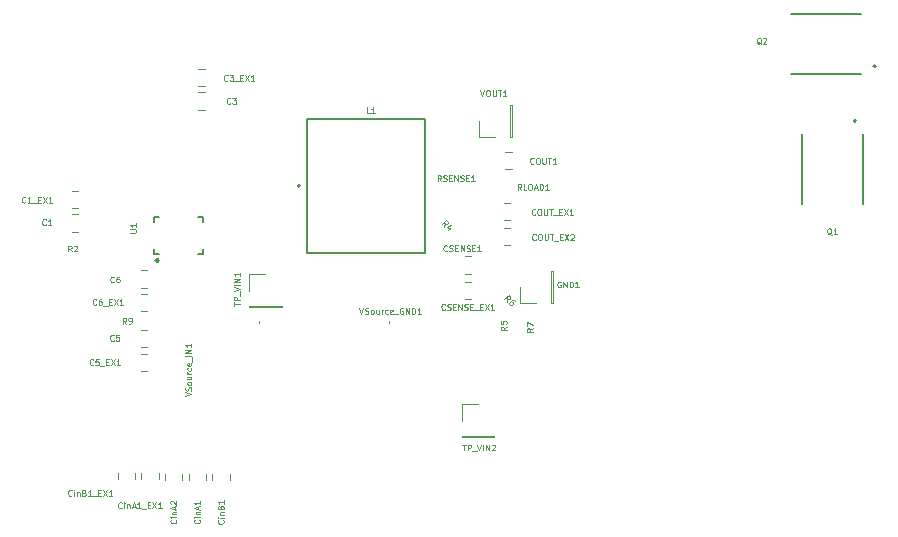
<source format=gbr>
%TF.GenerationSoftware,KiCad,Pcbnew,9.0.1*%
%TF.CreationDate,2025-11-16T17:30:07-08:00*%
%TF.ProjectId,Si-LTC7800-Alternate,53692d4c-5443-4373-9830-302d416c7465,rev?*%
%TF.SameCoordinates,Original*%
%TF.FileFunction,Legend,Top*%
%TF.FilePolarity,Positive*%
%FSLAX46Y46*%
G04 Gerber Fmt 4.6, Leading zero omitted, Abs format (unit mm)*
G04 Created by KiCad (PCBNEW 9.0.1) date 2025-11-16 17:30:07*
%MOMM*%
%LPD*%
G01*
G04 APERTURE LIST*
%ADD10C,0.062500*%
%ADD11C,0.120000*%
%ADD12C,0.127000*%
%ADD13C,0.200000*%
%ADD14C,0.100000*%
%ADD15C,0.300000*%
G04 APERTURE END LIST*
D10*
X134558997Y-124627137D02*
X134535188Y-124650947D01*
X134535188Y-124650947D02*
X134463759Y-124674756D01*
X134463759Y-124674756D02*
X134416140Y-124674756D01*
X134416140Y-124674756D02*
X134344712Y-124650947D01*
X134344712Y-124650947D02*
X134297093Y-124603327D01*
X134297093Y-124603327D02*
X134273283Y-124555708D01*
X134273283Y-124555708D02*
X134249474Y-124460470D01*
X134249474Y-124460470D02*
X134249474Y-124389042D01*
X134249474Y-124389042D02*
X134273283Y-124293804D01*
X134273283Y-124293804D02*
X134297093Y-124246185D01*
X134297093Y-124246185D02*
X134344712Y-124198566D01*
X134344712Y-124198566D02*
X134416140Y-124174756D01*
X134416140Y-124174756D02*
X134463759Y-124174756D01*
X134463759Y-124174756D02*
X134535188Y-124198566D01*
X134535188Y-124198566D02*
X134558997Y-124222375D01*
X134725664Y-124174756D02*
X135035188Y-124174756D01*
X135035188Y-124174756D02*
X134868521Y-124365232D01*
X134868521Y-124365232D02*
X134939950Y-124365232D01*
X134939950Y-124365232D02*
X134987569Y-124389042D01*
X134987569Y-124389042D02*
X135011378Y-124412851D01*
X135011378Y-124412851D02*
X135035188Y-124460470D01*
X135035188Y-124460470D02*
X135035188Y-124579518D01*
X135035188Y-124579518D02*
X135011378Y-124627137D01*
X135011378Y-124627137D02*
X134987569Y-124650947D01*
X134987569Y-124650947D02*
X134939950Y-124674756D01*
X134939950Y-124674756D02*
X134797093Y-124674756D01*
X134797093Y-124674756D02*
X134749474Y-124650947D01*
X134749474Y-124650947D02*
X134725664Y-124627137D01*
X146354324Y-125466894D02*
X146116229Y-125466894D01*
X146116229Y-125466894D02*
X146116229Y-124966894D01*
X146782896Y-125466894D02*
X146497182Y-125466894D01*
X146640039Y-125466894D02*
X146640039Y-124966894D01*
X146640039Y-124966894D02*
X146592420Y-125038323D01*
X146592420Y-125038323D02*
X146544801Y-125085942D01*
X146544801Y-125085942D02*
X146497182Y-125109751D01*
X160233323Y-129709926D02*
X160209514Y-129733736D01*
X160209514Y-129733736D02*
X160138085Y-129757545D01*
X160138085Y-129757545D02*
X160090466Y-129757545D01*
X160090466Y-129757545D02*
X160019038Y-129733736D01*
X160019038Y-129733736D02*
X159971419Y-129686116D01*
X159971419Y-129686116D02*
X159947609Y-129638497D01*
X159947609Y-129638497D02*
X159923800Y-129543259D01*
X159923800Y-129543259D02*
X159923800Y-129471831D01*
X159923800Y-129471831D02*
X159947609Y-129376593D01*
X159947609Y-129376593D02*
X159971419Y-129328974D01*
X159971419Y-129328974D02*
X160019038Y-129281355D01*
X160019038Y-129281355D02*
X160090466Y-129257545D01*
X160090466Y-129257545D02*
X160138085Y-129257545D01*
X160138085Y-129257545D02*
X160209514Y-129281355D01*
X160209514Y-129281355D02*
X160233323Y-129305164D01*
X160542847Y-129257545D02*
X160638085Y-129257545D01*
X160638085Y-129257545D02*
X160685704Y-129281355D01*
X160685704Y-129281355D02*
X160733323Y-129328974D01*
X160733323Y-129328974D02*
X160757133Y-129424212D01*
X160757133Y-129424212D02*
X160757133Y-129590878D01*
X160757133Y-129590878D02*
X160733323Y-129686116D01*
X160733323Y-129686116D02*
X160685704Y-129733736D01*
X160685704Y-129733736D02*
X160638085Y-129757545D01*
X160638085Y-129757545D02*
X160542847Y-129757545D01*
X160542847Y-129757545D02*
X160495228Y-129733736D01*
X160495228Y-129733736D02*
X160447609Y-129686116D01*
X160447609Y-129686116D02*
X160423800Y-129590878D01*
X160423800Y-129590878D02*
X160423800Y-129424212D01*
X160423800Y-129424212D02*
X160447609Y-129328974D01*
X160447609Y-129328974D02*
X160495228Y-129281355D01*
X160495228Y-129281355D02*
X160542847Y-129257545D01*
X160971419Y-129257545D02*
X160971419Y-129662307D01*
X160971419Y-129662307D02*
X160995229Y-129709926D01*
X160995229Y-129709926D02*
X161019038Y-129733736D01*
X161019038Y-129733736D02*
X161066657Y-129757545D01*
X161066657Y-129757545D02*
X161161895Y-129757545D01*
X161161895Y-129757545D02*
X161209514Y-129733736D01*
X161209514Y-129733736D02*
X161233324Y-129709926D01*
X161233324Y-129709926D02*
X161257133Y-129662307D01*
X161257133Y-129662307D02*
X161257133Y-129257545D01*
X161423801Y-129257545D02*
X161709515Y-129257545D01*
X161566658Y-129757545D02*
X161566658Y-129257545D01*
X162138086Y-129757545D02*
X161852372Y-129757545D01*
X161995229Y-129757545D02*
X161995229Y-129257545D01*
X161995229Y-129257545D02*
X161947610Y-129328974D01*
X161947610Y-129328974D02*
X161899991Y-129376593D01*
X161899991Y-129376593D02*
X161852372Y-129400402D01*
X124679675Y-144697511D02*
X124655866Y-144721321D01*
X124655866Y-144721321D02*
X124584437Y-144745130D01*
X124584437Y-144745130D02*
X124536818Y-144745130D01*
X124536818Y-144745130D02*
X124465390Y-144721321D01*
X124465390Y-144721321D02*
X124417771Y-144673701D01*
X124417771Y-144673701D02*
X124393961Y-144626082D01*
X124393961Y-144626082D02*
X124370152Y-144530844D01*
X124370152Y-144530844D02*
X124370152Y-144459416D01*
X124370152Y-144459416D02*
X124393961Y-144364178D01*
X124393961Y-144364178D02*
X124417771Y-144316559D01*
X124417771Y-144316559D02*
X124465390Y-144268940D01*
X124465390Y-144268940D02*
X124536818Y-144245130D01*
X124536818Y-144245130D02*
X124584437Y-144245130D01*
X124584437Y-144245130D02*
X124655866Y-144268940D01*
X124655866Y-144268940D02*
X124679675Y-144292749D01*
X125132056Y-144245130D02*
X124893961Y-144245130D01*
X124893961Y-144245130D02*
X124870152Y-144483225D01*
X124870152Y-144483225D02*
X124893961Y-144459416D01*
X124893961Y-144459416D02*
X124941580Y-144435606D01*
X124941580Y-144435606D02*
X125060628Y-144435606D01*
X125060628Y-144435606D02*
X125108247Y-144459416D01*
X125108247Y-144459416D02*
X125132056Y-144483225D01*
X125132056Y-144483225D02*
X125155866Y-144530844D01*
X125155866Y-144530844D02*
X125155866Y-144649892D01*
X125155866Y-144649892D02*
X125132056Y-144697511D01*
X125132056Y-144697511D02*
X125108247Y-144721321D01*
X125108247Y-144721321D02*
X125060628Y-144745130D01*
X125060628Y-144745130D02*
X124941580Y-144745130D01*
X124941580Y-144745130D02*
X124893961Y-144721321D01*
X124893961Y-144721321D02*
X124870152Y-144697511D01*
X152658374Y-135064660D02*
X152708881Y-134778450D01*
X152456343Y-134862629D02*
X152809897Y-134509076D01*
X152809897Y-134509076D02*
X152944584Y-134643763D01*
X152944584Y-134643763D02*
X152961419Y-134694270D01*
X152961419Y-134694270D02*
X152961419Y-134727942D01*
X152961419Y-134727942D02*
X152944584Y-134778450D01*
X152944584Y-134778450D02*
X152894076Y-134828957D01*
X152894076Y-134828957D02*
X152843568Y-134845793D01*
X152843568Y-134845793D02*
X152809897Y-134845793D01*
X152809897Y-134845793D02*
X152759389Y-134828957D01*
X152759389Y-134828957D02*
X152624702Y-134694270D01*
X153197122Y-135132003D02*
X152961419Y-135367705D01*
X153247629Y-134913137D02*
X152910912Y-135081495D01*
X152910912Y-135081495D02*
X153129778Y-135300362D01*
X122933780Y-146750652D02*
X122909971Y-146774462D01*
X122909971Y-146774462D02*
X122838542Y-146798271D01*
X122838542Y-146798271D02*
X122790923Y-146798271D01*
X122790923Y-146798271D02*
X122719495Y-146774462D01*
X122719495Y-146774462D02*
X122671876Y-146726842D01*
X122671876Y-146726842D02*
X122648066Y-146679223D01*
X122648066Y-146679223D02*
X122624257Y-146583985D01*
X122624257Y-146583985D02*
X122624257Y-146512557D01*
X122624257Y-146512557D02*
X122648066Y-146417319D01*
X122648066Y-146417319D02*
X122671876Y-146369700D01*
X122671876Y-146369700D02*
X122719495Y-146322081D01*
X122719495Y-146322081D02*
X122790923Y-146298271D01*
X122790923Y-146298271D02*
X122838542Y-146298271D01*
X122838542Y-146298271D02*
X122909971Y-146322081D01*
X122909971Y-146322081D02*
X122933780Y-146345890D01*
X123386161Y-146298271D02*
X123148066Y-146298271D01*
X123148066Y-146298271D02*
X123124257Y-146536366D01*
X123124257Y-146536366D02*
X123148066Y-146512557D01*
X123148066Y-146512557D02*
X123195685Y-146488747D01*
X123195685Y-146488747D02*
X123314733Y-146488747D01*
X123314733Y-146488747D02*
X123362352Y-146512557D01*
X123362352Y-146512557D02*
X123386161Y-146536366D01*
X123386161Y-146536366D02*
X123409971Y-146583985D01*
X123409971Y-146583985D02*
X123409971Y-146703033D01*
X123409971Y-146703033D02*
X123386161Y-146750652D01*
X123386161Y-146750652D02*
X123362352Y-146774462D01*
X123362352Y-146774462D02*
X123314733Y-146798271D01*
X123314733Y-146798271D02*
X123195685Y-146798271D01*
X123195685Y-146798271D02*
X123148066Y-146774462D01*
X123148066Y-146774462D02*
X123124257Y-146750652D01*
X123505209Y-146845890D02*
X123886161Y-146845890D01*
X124005208Y-146536366D02*
X124171875Y-146536366D01*
X124243303Y-146798271D02*
X124005208Y-146798271D01*
X124005208Y-146798271D02*
X124005208Y-146298271D01*
X124005208Y-146298271D02*
X124243303Y-146298271D01*
X124409970Y-146298271D02*
X124743303Y-146798271D01*
X124743303Y-146298271D02*
X124409970Y-146798271D01*
X125195684Y-146798271D02*
X124909970Y-146798271D01*
X125052827Y-146798271D02*
X125052827Y-146298271D01*
X125052827Y-146298271D02*
X125005208Y-146369700D01*
X125005208Y-146369700D02*
X124957589Y-146417319D01*
X124957589Y-146417319D02*
X124909970Y-146441128D01*
X160412137Y-136161915D02*
X160388328Y-136185725D01*
X160388328Y-136185725D02*
X160316899Y-136209534D01*
X160316899Y-136209534D02*
X160269280Y-136209534D01*
X160269280Y-136209534D02*
X160197852Y-136185725D01*
X160197852Y-136185725D02*
X160150233Y-136138105D01*
X160150233Y-136138105D02*
X160126423Y-136090486D01*
X160126423Y-136090486D02*
X160102614Y-135995248D01*
X160102614Y-135995248D02*
X160102614Y-135923820D01*
X160102614Y-135923820D02*
X160126423Y-135828582D01*
X160126423Y-135828582D02*
X160150233Y-135780963D01*
X160150233Y-135780963D02*
X160197852Y-135733344D01*
X160197852Y-135733344D02*
X160269280Y-135709534D01*
X160269280Y-135709534D02*
X160316899Y-135709534D01*
X160316899Y-135709534D02*
X160388328Y-135733344D01*
X160388328Y-135733344D02*
X160412137Y-135757153D01*
X160721661Y-135709534D02*
X160816899Y-135709534D01*
X160816899Y-135709534D02*
X160864518Y-135733344D01*
X160864518Y-135733344D02*
X160912137Y-135780963D01*
X160912137Y-135780963D02*
X160935947Y-135876201D01*
X160935947Y-135876201D02*
X160935947Y-136042867D01*
X160935947Y-136042867D02*
X160912137Y-136138105D01*
X160912137Y-136138105D02*
X160864518Y-136185725D01*
X160864518Y-136185725D02*
X160816899Y-136209534D01*
X160816899Y-136209534D02*
X160721661Y-136209534D01*
X160721661Y-136209534D02*
X160674042Y-136185725D01*
X160674042Y-136185725D02*
X160626423Y-136138105D01*
X160626423Y-136138105D02*
X160602614Y-136042867D01*
X160602614Y-136042867D02*
X160602614Y-135876201D01*
X160602614Y-135876201D02*
X160626423Y-135780963D01*
X160626423Y-135780963D02*
X160674042Y-135733344D01*
X160674042Y-135733344D02*
X160721661Y-135709534D01*
X161150233Y-135709534D02*
X161150233Y-136114296D01*
X161150233Y-136114296D02*
X161174043Y-136161915D01*
X161174043Y-136161915D02*
X161197852Y-136185725D01*
X161197852Y-136185725D02*
X161245471Y-136209534D01*
X161245471Y-136209534D02*
X161340709Y-136209534D01*
X161340709Y-136209534D02*
X161388328Y-136185725D01*
X161388328Y-136185725D02*
X161412138Y-136161915D01*
X161412138Y-136161915D02*
X161435947Y-136114296D01*
X161435947Y-136114296D02*
X161435947Y-135709534D01*
X161602615Y-135709534D02*
X161888329Y-135709534D01*
X161745472Y-136209534D02*
X161745472Y-135709534D01*
X161935948Y-136257153D02*
X162316900Y-136257153D01*
X162435947Y-135947629D02*
X162602614Y-135947629D01*
X162674042Y-136209534D02*
X162435947Y-136209534D01*
X162435947Y-136209534D02*
X162435947Y-135709534D01*
X162435947Y-135709534D02*
X162674042Y-135709534D01*
X162840709Y-135709534D02*
X163174042Y-136209534D01*
X163174042Y-135709534D02*
X162840709Y-136209534D01*
X163340709Y-135757153D02*
X163364518Y-135733344D01*
X163364518Y-135733344D02*
X163412137Y-135709534D01*
X163412137Y-135709534D02*
X163531185Y-135709534D01*
X163531185Y-135709534D02*
X163578804Y-135733344D01*
X163578804Y-135733344D02*
X163602613Y-135757153D01*
X163602613Y-135757153D02*
X163626423Y-135804772D01*
X163626423Y-135804772D02*
X163626423Y-135852391D01*
X163626423Y-135852391D02*
X163602613Y-135923820D01*
X163602613Y-135923820D02*
X163316899Y-136209534D01*
X163316899Y-136209534D02*
X163626423Y-136209534D01*
X157936107Y-143531286D02*
X157698012Y-143697952D01*
X157936107Y-143817000D02*
X157436107Y-143817000D01*
X157436107Y-143817000D02*
X157436107Y-143626524D01*
X157436107Y-143626524D02*
X157459917Y-143578905D01*
X157459917Y-143578905D02*
X157483726Y-143555095D01*
X157483726Y-143555095D02*
X157531345Y-143531286D01*
X157531345Y-143531286D02*
X157602774Y-143531286D01*
X157602774Y-143531286D02*
X157650393Y-143555095D01*
X157650393Y-143555095D02*
X157674202Y-143578905D01*
X157674202Y-143578905D02*
X157698012Y-143626524D01*
X157698012Y-143626524D02*
X157698012Y-143817000D01*
X157436107Y-143078905D02*
X157436107Y-143317000D01*
X157436107Y-143317000D02*
X157674202Y-143340809D01*
X157674202Y-143340809D02*
X157650393Y-143317000D01*
X157650393Y-143317000D02*
X157626583Y-143269381D01*
X157626583Y-143269381D02*
X157626583Y-143150333D01*
X157626583Y-143150333D02*
X157650393Y-143102714D01*
X157650393Y-143102714D02*
X157674202Y-143078905D01*
X157674202Y-143078905D02*
X157721821Y-143055095D01*
X157721821Y-143055095D02*
X157840869Y-143055095D01*
X157840869Y-143055095D02*
X157888488Y-143078905D01*
X157888488Y-143078905D02*
X157912298Y-143102714D01*
X157912298Y-143102714D02*
X157936107Y-143150333D01*
X157936107Y-143150333D02*
X157936107Y-143269381D01*
X157936107Y-143269381D02*
X157912298Y-143317000D01*
X157912298Y-143317000D02*
X157888488Y-143340809D01*
X152900993Y-137110459D02*
X152877184Y-137134269D01*
X152877184Y-137134269D02*
X152805755Y-137158078D01*
X152805755Y-137158078D02*
X152758136Y-137158078D01*
X152758136Y-137158078D02*
X152686708Y-137134269D01*
X152686708Y-137134269D02*
X152639089Y-137086649D01*
X152639089Y-137086649D02*
X152615279Y-137039030D01*
X152615279Y-137039030D02*
X152591470Y-136943792D01*
X152591470Y-136943792D02*
X152591470Y-136872364D01*
X152591470Y-136872364D02*
X152615279Y-136777126D01*
X152615279Y-136777126D02*
X152639089Y-136729507D01*
X152639089Y-136729507D02*
X152686708Y-136681888D01*
X152686708Y-136681888D02*
X152758136Y-136658078D01*
X152758136Y-136658078D02*
X152805755Y-136658078D01*
X152805755Y-136658078D02*
X152877184Y-136681888D01*
X152877184Y-136681888D02*
X152900993Y-136705697D01*
X153091470Y-137134269D02*
X153162898Y-137158078D01*
X153162898Y-137158078D02*
X153281946Y-137158078D01*
X153281946Y-137158078D02*
X153329565Y-137134269D01*
X153329565Y-137134269D02*
X153353374Y-137110459D01*
X153353374Y-137110459D02*
X153377184Y-137062840D01*
X153377184Y-137062840D02*
X153377184Y-137015221D01*
X153377184Y-137015221D02*
X153353374Y-136967602D01*
X153353374Y-136967602D02*
X153329565Y-136943792D01*
X153329565Y-136943792D02*
X153281946Y-136919983D01*
X153281946Y-136919983D02*
X153186708Y-136896173D01*
X153186708Y-136896173D02*
X153139089Y-136872364D01*
X153139089Y-136872364D02*
X153115279Y-136848554D01*
X153115279Y-136848554D02*
X153091470Y-136800935D01*
X153091470Y-136800935D02*
X153091470Y-136753316D01*
X153091470Y-136753316D02*
X153115279Y-136705697D01*
X153115279Y-136705697D02*
X153139089Y-136681888D01*
X153139089Y-136681888D02*
X153186708Y-136658078D01*
X153186708Y-136658078D02*
X153305755Y-136658078D01*
X153305755Y-136658078D02*
X153377184Y-136681888D01*
X153591469Y-136896173D02*
X153758136Y-136896173D01*
X153829564Y-137158078D02*
X153591469Y-137158078D01*
X153591469Y-137158078D02*
X153591469Y-136658078D01*
X153591469Y-136658078D02*
X153829564Y-136658078D01*
X154043850Y-137158078D02*
X154043850Y-136658078D01*
X154043850Y-136658078D02*
X154329564Y-137158078D01*
X154329564Y-137158078D02*
X154329564Y-136658078D01*
X154543851Y-137134269D02*
X154615279Y-137158078D01*
X154615279Y-137158078D02*
X154734327Y-137158078D01*
X154734327Y-137158078D02*
X154781946Y-137134269D01*
X154781946Y-137134269D02*
X154805755Y-137110459D01*
X154805755Y-137110459D02*
X154829565Y-137062840D01*
X154829565Y-137062840D02*
X154829565Y-137015221D01*
X154829565Y-137015221D02*
X154805755Y-136967602D01*
X154805755Y-136967602D02*
X154781946Y-136943792D01*
X154781946Y-136943792D02*
X154734327Y-136919983D01*
X154734327Y-136919983D02*
X154639089Y-136896173D01*
X154639089Y-136896173D02*
X154591470Y-136872364D01*
X154591470Y-136872364D02*
X154567660Y-136848554D01*
X154567660Y-136848554D02*
X154543851Y-136800935D01*
X154543851Y-136800935D02*
X154543851Y-136753316D01*
X154543851Y-136753316D02*
X154567660Y-136705697D01*
X154567660Y-136705697D02*
X154591470Y-136681888D01*
X154591470Y-136681888D02*
X154639089Y-136658078D01*
X154639089Y-136658078D02*
X154758136Y-136658078D01*
X154758136Y-136658078D02*
X154829565Y-136681888D01*
X155043850Y-136896173D02*
X155210517Y-136896173D01*
X155281945Y-137158078D02*
X155043850Y-137158078D01*
X155043850Y-137158078D02*
X155043850Y-136658078D01*
X155043850Y-136658078D02*
X155281945Y-136658078D01*
X155758136Y-137158078D02*
X155472422Y-137158078D01*
X155615279Y-137158078D02*
X155615279Y-136658078D01*
X155615279Y-136658078D02*
X155567660Y-136729507D01*
X155567660Y-136729507D02*
X155520041Y-136777126D01*
X155520041Y-136777126D02*
X155472422Y-136800935D01*
X179489880Y-119640678D02*
X179442261Y-119616869D01*
X179442261Y-119616869D02*
X179394642Y-119569250D01*
X179394642Y-119569250D02*
X179323214Y-119497821D01*
X179323214Y-119497821D02*
X179275595Y-119474011D01*
X179275595Y-119474011D02*
X179227976Y-119474011D01*
X179251785Y-119593059D02*
X179204166Y-119569250D01*
X179204166Y-119569250D02*
X179156547Y-119521630D01*
X179156547Y-119521630D02*
X179132738Y-119426392D01*
X179132738Y-119426392D02*
X179132738Y-119259726D01*
X179132738Y-119259726D02*
X179156547Y-119164488D01*
X179156547Y-119164488D02*
X179204166Y-119116869D01*
X179204166Y-119116869D02*
X179251785Y-119093059D01*
X179251785Y-119093059D02*
X179347023Y-119093059D01*
X179347023Y-119093059D02*
X179394642Y-119116869D01*
X179394642Y-119116869D02*
X179442261Y-119164488D01*
X179442261Y-119164488D02*
X179466071Y-119259726D01*
X179466071Y-119259726D02*
X179466071Y-119426392D01*
X179466071Y-119426392D02*
X179442261Y-119521630D01*
X179442261Y-119521630D02*
X179394642Y-119569250D01*
X179394642Y-119569250D02*
X179347023Y-119593059D01*
X179347023Y-119593059D02*
X179251785Y-119593059D01*
X179656548Y-119140678D02*
X179680357Y-119116869D01*
X179680357Y-119116869D02*
X179727976Y-119093059D01*
X179727976Y-119093059D02*
X179847024Y-119093059D01*
X179847024Y-119093059D02*
X179894643Y-119116869D01*
X179894643Y-119116869D02*
X179918452Y-119140678D01*
X179918452Y-119140678D02*
X179942262Y-119188297D01*
X179942262Y-119188297D02*
X179942262Y-119235916D01*
X179942262Y-119235916D02*
X179918452Y-119307345D01*
X179918452Y-119307345D02*
X179632738Y-119593059D01*
X179632738Y-119593059D02*
X179942262Y-119593059D01*
X152383464Y-131223498D02*
X152216798Y-130985403D01*
X152097750Y-131223498D02*
X152097750Y-130723498D01*
X152097750Y-130723498D02*
X152288226Y-130723498D01*
X152288226Y-130723498D02*
X152335845Y-130747308D01*
X152335845Y-130747308D02*
X152359655Y-130771117D01*
X152359655Y-130771117D02*
X152383464Y-130818736D01*
X152383464Y-130818736D02*
X152383464Y-130890165D01*
X152383464Y-130890165D02*
X152359655Y-130937784D01*
X152359655Y-130937784D02*
X152335845Y-130961593D01*
X152335845Y-130961593D02*
X152288226Y-130985403D01*
X152288226Y-130985403D02*
X152097750Y-130985403D01*
X152573941Y-131199689D02*
X152645369Y-131223498D01*
X152645369Y-131223498D02*
X152764417Y-131223498D01*
X152764417Y-131223498D02*
X152812036Y-131199689D01*
X152812036Y-131199689D02*
X152835845Y-131175879D01*
X152835845Y-131175879D02*
X152859655Y-131128260D01*
X152859655Y-131128260D02*
X152859655Y-131080641D01*
X152859655Y-131080641D02*
X152835845Y-131033022D01*
X152835845Y-131033022D02*
X152812036Y-131009212D01*
X152812036Y-131009212D02*
X152764417Y-130985403D01*
X152764417Y-130985403D02*
X152669179Y-130961593D01*
X152669179Y-130961593D02*
X152621560Y-130937784D01*
X152621560Y-130937784D02*
X152597750Y-130913974D01*
X152597750Y-130913974D02*
X152573941Y-130866355D01*
X152573941Y-130866355D02*
X152573941Y-130818736D01*
X152573941Y-130818736D02*
X152597750Y-130771117D01*
X152597750Y-130771117D02*
X152621560Y-130747308D01*
X152621560Y-130747308D02*
X152669179Y-130723498D01*
X152669179Y-130723498D02*
X152788226Y-130723498D01*
X152788226Y-130723498D02*
X152859655Y-130747308D01*
X153073940Y-130961593D02*
X153240607Y-130961593D01*
X153312035Y-131223498D02*
X153073940Y-131223498D01*
X153073940Y-131223498D02*
X153073940Y-130723498D01*
X153073940Y-130723498D02*
X153312035Y-130723498D01*
X153526321Y-131223498D02*
X153526321Y-130723498D01*
X153526321Y-130723498D02*
X153812035Y-131223498D01*
X153812035Y-131223498D02*
X153812035Y-130723498D01*
X154026322Y-131199689D02*
X154097750Y-131223498D01*
X154097750Y-131223498D02*
X154216798Y-131223498D01*
X154216798Y-131223498D02*
X154264417Y-131199689D01*
X154264417Y-131199689D02*
X154288226Y-131175879D01*
X154288226Y-131175879D02*
X154312036Y-131128260D01*
X154312036Y-131128260D02*
X154312036Y-131080641D01*
X154312036Y-131080641D02*
X154288226Y-131033022D01*
X154288226Y-131033022D02*
X154264417Y-131009212D01*
X154264417Y-131009212D02*
X154216798Y-130985403D01*
X154216798Y-130985403D02*
X154121560Y-130961593D01*
X154121560Y-130961593D02*
X154073941Y-130937784D01*
X154073941Y-130937784D02*
X154050131Y-130913974D01*
X154050131Y-130913974D02*
X154026322Y-130866355D01*
X154026322Y-130866355D02*
X154026322Y-130818736D01*
X154026322Y-130818736D02*
X154050131Y-130771117D01*
X154050131Y-130771117D02*
X154073941Y-130747308D01*
X154073941Y-130747308D02*
X154121560Y-130723498D01*
X154121560Y-130723498D02*
X154240607Y-130723498D01*
X154240607Y-130723498D02*
X154312036Y-130747308D01*
X154526321Y-130961593D02*
X154692988Y-130961593D01*
X154764416Y-131223498D02*
X154526321Y-131223498D01*
X154526321Y-131223498D02*
X154526321Y-130723498D01*
X154526321Y-130723498D02*
X154764416Y-130723498D01*
X155240607Y-131223498D02*
X154954893Y-131223498D01*
X155097750Y-131223498D02*
X155097750Y-130723498D01*
X155097750Y-130723498D02*
X155050131Y-130794927D01*
X155050131Y-130794927D02*
X155002512Y-130842546D01*
X155002512Y-130842546D02*
X154954893Y-130866355D01*
X130745118Y-149430693D02*
X131245118Y-149264027D01*
X131245118Y-149264027D02*
X130745118Y-149097360D01*
X131221309Y-148954503D02*
X131245118Y-148883075D01*
X131245118Y-148883075D02*
X131245118Y-148764027D01*
X131245118Y-148764027D02*
X131221309Y-148716408D01*
X131221309Y-148716408D02*
X131197499Y-148692599D01*
X131197499Y-148692599D02*
X131149880Y-148668789D01*
X131149880Y-148668789D02*
X131102261Y-148668789D01*
X131102261Y-148668789D02*
X131054642Y-148692599D01*
X131054642Y-148692599D02*
X131030832Y-148716408D01*
X131030832Y-148716408D02*
X131007023Y-148764027D01*
X131007023Y-148764027D02*
X130983213Y-148859265D01*
X130983213Y-148859265D02*
X130959404Y-148906884D01*
X130959404Y-148906884D02*
X130935594Y-148930694D01*
X130935594Y-148930694D02*
X130887975Y-148954503D01*
X130887975Y-148954503D02*
X130840356Y-148954503D01*
X130840356Y-148954503D02*
X130792737Y-148930694D01*
X130792737Y-148930694D02*
X130768928Y-148906884D01*
X130768928Y-148906884D02*
X130745118Y-148859265D01*
X130745118Y-148859265D02*
X130745118Y-148740218D01*
X130745118Y-148740218D02*
X130768928Y-148668789D01*
X131245118Y-148383075D02*
X131221309Y-148430694D01*
X131221309Y-148430694D02*
X131197499Y-148454504D01*
X131197499Y-148454504D02*
X131149880Y-148478313D01*
X131149880Y-148478313D02*
X131007023Y-148478313D01*
X131007023Y-148478313D02*
X130959404Y-148454504D01*
X130959404Y-148454504D02*
X130935594Y-148430694D01*
X130935594Y-148430694D02*
X130911785Y-148383075D01*
X130911785Y-148383075D02*
X130911785Y-148311647D01*
X130911785Y-148311647D02*
X130935594Y-148264028D01*
X130935594Y-148264028D02*
X130959404Y-148240218D01*
X130959404Y-148240218D02*
X131007023Y-148216409D01*
X131007023Y-148216409D02*
X131149880Y-148216409D01*
X131149880Y-148216409D02*
X131197499Y-148240218D01*
X131197499Y-148240218D02*
X131221309Y-148264028D01*
X131221309Y-148264028D02*
X131245118Y-148311647D01*
X131245118Y-148311647D02*
X131245118Y-148383075D01*
X130911785Y-147787837D02*
X131245118Y-147787837D01*
X130911785Y-148002123D02*
X131173689Y-148002123D01*
X131173689Y-148002123D02*
X131221309Y-147978313D01*
X131221309Y-147978313D02*
X131245118Y-147930694D01*
X131245118Y-147930694D02*
X131245118Y-147859266D01*
X131245118Y-147859266D02*
X131221309Y-147811647D01*
X131221309Y-147811647D02*
X131197499Y-147787837D01*
X131245118Y-147549742D02*
X130911785Y-147549742D01*
X131007023Y-147549742D02*
X130959404Y-147525932D01*
X130959404Y-147525932D02*
X130935594Y-147502123D01*
X130935594Y-147502123D02*
X130911785Y-147454504D01*
X130911785Y-147454504D02*
X130911785Y-147406885D01*
X131221309Y-147025932D02*
X131245118Y-147073551D01*
X131245118Y-147073551D02*
X131245118Y-147168789D01*
X131245118Y-147168789D02*
X131221309Y-147216408D01*
X131221309Y-147216408D02*
X131197499Y-147240218D01*
X131197499Y-147240218D02*
X131149880Y-147264027D01*
X131149880Y-147264027D02*
X131007023Y-147264027D01*
X131007023Y-147264027D02*
X130959404Y-147240218D01*
X130959404Y-147240218D02*
X130935594Y-147216408D01*
X130935594Y-147216408D02*
X130911785Y-147168789D01*
X130911785Y-147168789D02*
X130911785Y-147073551D01*
X130911785Y-147073551D02*
X130935594Y-147025932D01*
X131221309Y-146621171D02*
X131245118Y-146668790D01*
X131245118Y-146668790D02*
X131245118Y-146764028D01*
X131245118Y-146764028D02*
X131221309Y-146811647D01*
X131221309Y-146811647D02*
X131173689Y-146835456D01*
X131173689Y-146835456D02*
X130983213Y-146835456D01*
X130983213Y-146835456D02*
X130935594Y-146811647D01*
X130935594Y-146811647D02*
X130911785Y-146764028D01*
X130911785Y-146764028D02*
X130911785Y-146668790D01*
X130911785Y-146668790D02*
X130935594Y-146621171D01*
X130935594Y-146621171D02*
X130983213Y-146597361D01*
X130983213Y-146597361D02*
X131030832Y-146597361D01*
X131030832Y-146597361D02*
X131078451Y-146835456D01*
X131292737Y-146502124D02*
X131292737Y-146121171D01*
X131245118Y-146002124D02*
X130745118Y-146002124D01*
X131245118Y-145764029D02*
X130745118Y-145764029D01*
X130745118Y-145764029D02*
X131245118Y-145478315D01*
X131245118Y-145478315D02*
X130745118Y-145478315D01*
X131245118Y-144978314D02*
X131245118Y-145264028D01*
X131245118Y-145121171D02*
X130745118Y-145121171D01*
X130745118Y-145121171D02*
X130816547Y-145168790D01*
X130816547Y-145168790D02*
X130864166Y-145216409D01*
X130864166Y-145216409D02*
X130887975Y-145264028D01*
X117197825Y-132993596D02*
X117174016Y-133017406D01*
X117174016Y-133017406D02*
X117102587Y-133041215D01*
X117102587Y-133041215D02*
X117054968Y-133041215D01*
X117054968Y-133041215D02*
X116983540Y-133017406D01*
X116983540Y-133017406D02*
X116935921Y-132969786D01*
X116935921Y-132969786D02*
X116912111Y-132922167D01*
X116912111Y-132922167D02*
X116888302Y-132826929D01*
X116888302Y-132826929D02*
X116888302Y-132755501D01*
X116888302Y-132755501D02*
X116912111Y-132660263D01*
X116912111Y-132660263D02*
X116935921Y-132612644D01*
X116935921Y-132612644D02*
X116983540Y-132565025D01*
X116983540Y-132565025D02*
X117054968Y-132541215D01*
X117054968Y-132541215D02*
X117102587Y-132541215D01*
X117102587Y-132541215D02*
X117174016Y-132565025D01*
X117174016Y-132565025D02*
X117197825Y-132588834D01*
X117674016Y-133041215D02*
X117388302Y-133041215D01*
X117531159Y-133041215D02*
X117531159Y-132541215D01*
X117531159Y-132541215D02*
X117483540Y-132612644D01*
X117483540Y-132612644D02*
X117435921Y-132660263D01*
X117435921Y-132660263D02*
X117388302Y-132684072D01*
X117769254Y-133088834D02*
X118150206Y-133088834D01*
X118269253Y-132779310D02*
X118435920Y-132779310D01*
X118507348Y-133041215D02*
X118269253Y-133041215D01*
X118269253Y-133041215D02*
X118269253Y-132541215D01*
X118269253Y-132541215D02*
X118507348Y-132541215D01*
X118674015Y-132541215D02*
X119007348Y-133041215D01*
X119007348Y-132541215D02*
X118674015Y-133041215D01*
X119459729Y-133041215D02*
X119174015Y-133041215D01*
X119316872Y-133041215D02*
X119316872Y-132541215D01*
X119316872Y-132541215D02*
X119269253Y-132612644D01*
X119269253Y-132612644D02*
X119221634Y-132660263D01*
X119221634Y-132660263D02*
X119174015Y-132684072D01*
X134313953Y-122683703D02*
X134290144Y-122707513D01*
X134290144Y-122707513D02*
X134218715Y-122731322D01*
X134218715Y-122731322D02*
X134171096Y-122731322D01*
X134171096Y-122731322D02*
X134099668Y-122707513D01*
X134099668Y-122707513D02*
X134052049Y-122659893D01*
X134052049Y-122659893D02*
X134028239Y-122612274D01*
X134028239Y-122612274D02*
X134004430Y-122517036D01*
X134004430Y-122517036D02*
X134004430Y-122445608D01*
X134004430Y-122445608D02*
X134028239Y-122350370D01*
X134028239Y-122350370D02*
X134052049Y-122302751D01*
X134052049Y-122302751D02*
X134099668Y-122255132D01*
X134099668Y-122255132D02*
X134171096Y-122231322D01*
X134171096Y-122231322D02*
X134218715Y-122231322D01*
X134218715Y-122231322D02*
X134290144Y-122255132D01*
X134290144Y-122255132D02*
X134313953Y-122278941D01*
X134480620Y-122231322D02*
X134790144Y-122231322D01*
X134790144Y-122231322D02*
X134623477Y-122421798D01*
X134623477Y-122421798D02*
X134694906Y-122421798D01*
X134694906Y-122421798D02*
X134742525Y-122445608D01*
X134742525Y-122445608D02*
X134766334Y-122469417D01*
X134766334Y-122469417D02*
X134790144Y-122517036D01*
X134790144Y-122517036D02*
X134790144Y-122636084D01*
X134790144Y-122636084D02*
X134766334Y-122683703D01*
X134766334Y-122683703D02*
X134742525Y-122707513D01*
X134742525Y-122707513D02*
X134694906Y-122731322D01*
X134694906Y-122731322D02*
X134552049Y-122731322D01*
X134552049Y-122731322D02*
X134504430Y-122707513D01*
X134504430Y-122707513D02*
X134480620Y-122683703D01*
X134885382Y-122778941D02*
X135266334Y-122778941D01*
X135385381Y-122469417D02*
X135552048Y-122469417D01*
X135623476Y-122731322D02*
X135385381Y-122731322D01*
X135385381Y-122731322D02*
X135385381Y-122231322D01*
X135385381Y-122231322D02*
X135623476Y-122231322D01*
X135790143Y-122231322D02*
X136123476Y-122731322D01*
X136123476Y-122231322D02*
X135790143Y-122731322D01*
X136575857Y-122731322D02*
X136290143Y-122731322D01*
X136433000Y-122731322D02*
X136433000Y-122231322D01*
X136433000Y-122231322D02*
X136385381Y-122302751D01*
X136385381Y-122302751D02*
X136337762Y-122350370D01*
X136337762Y-122350370D02*
X136290143Y-122374179D01*
X157952466Y-141433344D02*
X158002973Y-141147134D01*
X157750435Y-141231313D02*
X158103989Y-140877760D01*
X158103989Y-140877760D02*
X158238676Y-141012447D01*
X158238676Y-141012447D02*
X158255511Y-141062954D01*
X158255511Y-141062954D02*
X158255511Y-141096626D01*
X158255511Y-141096626D02*
X158238676Y-141147134D01*
X158238676Y-141147134D02*
X158188168Y-141197641D01*
X158188168Y-141197641D02*
X158137660Y-141214477D01*
X158137660Y-141214477D02*
X158103989Y-141214477D01*
X158103989Y-141214477D02*
X158053481Y-141197641D01*
X158053481Y-141197641D02*
X157918794Y-141062954D01*
X158609065Y-141382836D02*
X158541721Y-141315492D01*
X158541721Y-141315492D02*
X158491214Y-141298657D01*
X158491214Y-141298657D02*
X158457542Y-141298657D01*
X158457542Y-141298657D02*
X158373363Y-141315492D01*
X158373363Y-141315492D02*
X158289183Y-141366000D01*
X158289183Y-141366000D02*
X158154496Y-141500687D01*
X158154496Y-141500687D02*
X158137660Y-141551195D01*
X158137660Y-141551195D02*
X158137660Y-141584866D01*
X158137660Y-141584866D02*
X158154496Y-141635374D01*
X158154496Y-141635374D02*
X158221840Y-141702718D01*
X158221840Y-141702718D02*
X158272347Y-141719553D01*
X158272347Y-141719553D02*
X158306019Y-141719553D01*
X158306019Y-141719553D02*
X158356527Y-141702718D01*
X158356527Y-141702718D02*
X158440706Y-141618538D01*
X158440706Y-141618538D02*
X158457542Y-141568031D01*
X158457542Y-141568031D02*
X158457542Y-141534359D01*
X158457542Y-141534359D02*
X158440706Y-141483851D01*
X158440706Y-141483851D02*
X158373363Y-141416508D01*
X158373363Y-141416508D02*
X158322855Y-141399672D01*
X158322855Y-141399672D02*
X158289183Y-141399672D01*
X158289183Y-141399672D02*
X158238676Y-141416508D01*
X155723845Y-123538378D02*
X155890511Y-124038378D01*
X155890511Y-124038378D02*
X156057178Y-123538378D01*
X156319082Y-123538378D02*
X156414320Y-123538378D01*
X156414320Y-123538378D02*
X156461939Y-123562188D01*
X156461939Y-123562188D02*
X156509558Y-123609807D01*
X156509558Y-123609807D02*
X156533368Y-123705045D01*
X156533368Y-123705045D02*
X156533368Y-123871711D01*
X156533368Y-123871711D02*
X156509558Y-123966949D01*
X156509558Y-123966949D02*
X156461939Y-124014569D01*
X156461939Y-124014569D02*
X156414320Y-124038378D01*
X156414320Y-124038378D02*
X156319082Y-124038378D01*
X156319082Y-124038378D02*
X156271463Y-124014569D01*
X156271463Y-124014569D02*
X156223844Y-123966949D01*
X156223844Y-123966949D02*
X156200035Y-123871711D01*
X156200035Y-123871711D02*
X156200035Y-123705045D01*
X156200035Y-123705045D02*
X156223844Y-123609807D01*
X156223844Y-123609807D02*
X156271463Y-123562188D01*
X156271463Y-123562188D02*
X156319082Y-123538378D01*
X156747654Y-123538378D02*
X156747654Y-123943140D01*
X156747654Y-123943140D02*
X156771464Y-123990759D01*
X156771464Y-123990759D02*
X156795273Y-124014569D01*
X156795273Y-124014569D02*
X156842892Y-124038378D01*
X156842892Y-124038378D02*
X156938130Y-124038378D01*
X156938130Y-124038378D02*
X156985749Y-124014569D01*
X156985749Y-124014569D02*
X157009559Y-123990759D01*
X157009559Y-123990759D02*
X157033368Y-123943140D01*
X157033368Y-123943140D02*
X157033368Y-123538378D01*
X157200036Y-123538378D02*
X157485750Y-123538378D01*
X157342893Y-124038378D02*
X157342893Y-123538378D01*
X157914321Y-124038378D02*
X157628607Y-124038378D01*
X157771464Y-124038378D02*
X157771464Y-123538378D01*
X157771464Y-123538378D02*
X157723845Y-123609807D01*
X157723845Y-123609807D02*
X157676226Y-123657426D01*
X157676226Y-123657426D02*
X157628607Y-123681235D01*
X126066053Y-135592807D02*
X126470815Y-135592807D01*
X126470815Y-135592807D02*
X126518434Y-135568997D01*
X126518434Y-135568997D02*
X126542244Y-135545188D01*
X126542244Y-135545188D02*
X126566053Y-135497569D01*
X126566053Y-135497569D02*
X126566053Y-135402331D01*
X126566053Y-135402331D02*
X126542244Y-135354712D01*
X126542244Y-135354712D02*
X126518434Y-135330902D01*
X126518434Y-135330902D02*
X126470815Y-135307093D01*
X126470815Y-135307093D02*
X126066053Y-135307093D01*
X126566053Y-134807092D02*
X126566053Y-135092806D01*
X126566053Y-134949949D02*
X126066053Y-134949949D01*
X126066053Y-134949949D02*
X126137482Y-134997568D01*
X126137482Y-134997568D02*
X126185101Y-135045187D01*
X126185101Y-135045187D02*
X126208910Y-135092806D01*
X160161082Y-143689585D02*
X159922987Y-143856251D01*
X160161082Y-143975299D02*
X159661082Y-143975299D01*
X159661082Y-143975299D02*
X159661082Y-143784823D01*
X159661082Y-143784823D02*
X159684892Y-143737204D01*
X159684892Y-143737204D02*
X159708701Y-143713394D01*
X159708701Y-143713394D02*
X159756320Y-143689585D01*
X159756320Y-143689585D02*
X159827749Y-143689585D01*
X159827749Y-143689585D02*
X159875368Y-143713394D01*
X159875368Y-143713394D02*
X159899177Y-143737204D01*
X159899177Y-143737204D02*
X159922987Y-143784823D01*
X159922987Y-143784823D02*
X159922987Y-143975299D01*
X159661082Y-143522918D02*
X159661082Y-143189585D01*
X159661082Y-143189585D02*
X160161082Y-143403870D01*
X121104792Y-137177101D02*
X120938126Y-136939006D01*
X120819078Y-137177101D02*
X120819078Y-136677101D01*
X120819078Y-136677101D02*
X121009554Y-136677101D01*
X121009554Y-136677101D02*
X121057173Y-136700911D01*
X121057173Y-136700911D02*
X121080983Y-136724720D01*
X121080983Y-136724720D02*
X121104792Y-136772339D01*
X121104792Y-136772339D02*
X121104792Y-136843768D01*
X121104792Y-136843768D02*
X121080983Y-136891387D01*
X121080983Y-136891387D02*
X121057173Y-136915196D01*
X121057173Y-136915196D02*
X121009554Y-136939006D01*
X121009554Y-136939006D02*
X120819078Y-136939006D01*
X121295269Y-136724720D02*
X121319078Y-136700911D01*
X121319078Y-136700911D02*
X121366697Y-136677101D01*
X121366697Y-136677101D02*
X121485745Y-136677101D01*
X121485745Y-136677101D02*
X121533364Y-136700911D01*
X121533364Y-136700911D02*
X121557173Y-136724720D01*
X121557173Y-136724720D02*
X121580983Y-136772339D01*
X121580983Y-136772339D02*
X121580983Y-136819958D01*
X121580983Y-136819958D02*
X121557173Y-136891387D01*
X121557173Y-136891387D02*
X121271459Y-137177101D01*
X121271459Y-137177101D02*
X121580983Y-137177101D01*
X129930440Y-159892856D02*
X129954250Y-159916665D01*
X129954250Y-159916665D02*
X129978059Y-159988094D01*
X129978059Y-159988094D02*
X129978059Y-160035713D01*
X129978059Y-160035713D02*
X129954250Y-160107141D01*
X129954250Y-160107141D02*
X129906630Y-160154760D01*
X129906630Y-160154760D02*
X129859011Y-160178570D01*
X129859011Y-160178570D02*
X129763773Y-160202379D01*
X129763773Y-160202379D02*
X129692345Y-160202379D01*
X129692345Y-160202379D02*
X129597107Y-160178570D01*
X129597107Y-160178570D02*
X129549488Y-160154760D01*
X129549488Y-160154760D02*
X129501869Y-160107141D01*
X129501869Y-160107141D02*
X129478059Y-160035713D01*
X129478059Y-160035713D02*
X129478059Y-159988094D01*
X129478059Y-159988094D02*
X129501869Y-159916665D01*
X129501869Y-159916665D02*
X129525678Y-159892856D01*
X129978059Y-159678570D02*
X129644726Y-159678570D01*
X129478059Y-159678570D02*
X129501869Y-159702379D01*
X129501869Y-159702379D02*
X129525678Y-159678570D01*
X129525678Y-159678570D02*
X129501869Y-159654760D01*
X129501869Y-159654760D02*
X129478059Y-159678570D01*
X129478059Y-159678570D02*
X129525678Y-159678570D01*
X129644726Y-159440475D02*
X129978059Y-159440475D01*
X129692345Y-159440475D02*
X129668535Y-159416665D01*
X129668535Y-159416665D02*
X129644726Y-159369046D01*
X129644726Y-159369046D02*
X129644726Y-159297618D01*
X129644726Y-159297618D02*
X129668535Y-159249999D01*
X129668535Y-159249999D02*
X129716154Y-159226189D01*
X129716154Y-159226189D02*
X129978059Y-159226189D01*
X129835202Y-159011903D02*
X129835202Y-158773808D01*
X129978059Y-159059522D02*
X129478059Y-158892856D01*
X129478059Y-158892856D02*
X129978059Y-158726189D01*
X129525678Y-158583332D02*
X129501869Y-158559523D01*
X129501869Y-158559523D02*
X129478059Y-158511904D01*
X129478059Y-158511904D02*
X129478059Y-158392856D01*
X129478059Y-158392856D02*
X129501869Y-158345237D01*
X129501869Y-158345237D02*
X129525678Y-158321428D01*
X129525678Y-158321428D02*
X129573297Y-158297618D01*
X129573297Y-158297618D02*
X129620916Y-158297618D01*
X129620916Y-158297618D02*
X129692345Y-158321428D01*
X129692345Y-158321428D02*
X129978059Y-158607142D01*
X129978059Y-158607142D02*
X129978059Y-158297618D01*
X134838810Y-141767643D02*
X134838810Y-141481929D01*
X135338810Y-141624786D02*
X134838810Y-141624786D01*
X135338810Y-141315263D02*
X134838810Y-141315263D01*
X134838810Y-141315263D02*
X134838810Y-141124787D01*
X134838810Y-141124787D02*
X134862620Y-141077168D01*
X134862620Y-141077168D02*
X134886429Y-141053358D01*
X134886429Y-141053358D02*
X134934048Y-141029549D01*
X134934048Y-141029549D02*
X135005477Y-141029549D01*
X135005477Y-141029549D02*
X135053096Y-141053358D01*
X135053096Y-141053358D02*
X135076905Y-141077168D01*
X135076905Y-141077168D02*
X135100715Y-141124787D01*
X135100715Y-141124787D02*
X135100715Y-141315263D01*
X135386429Y-140934311D02*
X135386429Y-140553358D01*
X134838810Y-140505739D02*
X135338810Y-140339073D01*
X135338810Y-140339073D02*
X134838810Y-140172406D01*
X135338810Y-140005740D02*
X134838810Y-140005740D01*
X135338810Y-139767645D02*
X134838810Y-139767645D01*
X134838810Y-139767645D02*
X135338810Y-139481931D01*
X135338810Y-139481931D02*
X134838810Y-139481931D01*
X135338810Y-138981930D02*
X135338810Y-139267644D01*
X135338810Y-139124787D02*
X134838810Y-139124787D01*
X134838810Y-139124787D02*
X134910239Y-139172406D01*
X134910239Y-139172406D02*
X134957858Y-139220025D01*
X134957858Y-139220025D02*
X134981667Y-139267644D01*
X125728180Y-143287276D02*
X125561514Y-143049181D01*
X125442466Y-143287276D02*
X125442466Y-142787276D01*
X125442466Y-142787276D02*
X125632942Y-142787276D01*
X125632942Y-142787276D02*
X125680561Y-142811086D01*
X125680561Y-142811086D02*
X125704371Y-142834895D01*
X125704371Y-142834895D02*
X125728180Y-142882514D01*
X125728180Y-142882514D02*
X125728180Y-142953943D01*
X125728180Y-142953943D02*
X125704371Y-143001562D01*
X125704371Y-143001562D02*
X125680561Y-143025371D01*
X125680561Y-143025371D02*
X125632942Y-143049181D01*
X125632942Y-143049181D02*
X125442466Y-143049181D01*
X125966276Y-143287276D02*
X126061514Y-143287276D01*
X126061514Y-143287276D02*
X126109133Y-143263467D01*
X126109133Y-143263467D02*
X126132942Y-143239657D01*
X126132942Y-143239657D02*
X126180561Y-143168228D01*
X126180561Y-143168228D02*
X126204371Y-143072990D01*
X126204371Y-143072990D02*
X126204371Y-142882514D01*
X126204371Y-142882514D02*
X126180561Y-142834895D01*
X126180561Y-142834895D02*
X126156752Y-142811086D01*
X126156752Y-142811086D02*
X126109133Y-142787276D01*
X126109133Y-142787276D02*
X126013895Y-142787276D01*
X126013895Y-142787276D02*
X125966276Y-142811086D01*
X125966276Y-142811086D02*
X125942466Y-142834895D01*
X125942466Y-142834895D02*
X125918657Y-142882514D01*
X125918657Y-142882514D02*
X125918657Y-143001562D01*
X125918657Y-143001562D02*
X125942466Y-143049181D01*
X125942466Y-143049181D02*
X125966276Y-143072990D01*
X125966276Y-143072990D02*
X126013895Y-143096800D01*
X126013895Y-143096800D02*
X126109133Y-143096800D01*
X126109133Y-143096800D02*
X126156752Y-143072990D01*
X126156752Y-143072990D02*
X126180561Y-143049181D01*
X126180561Y-143049181D02*
X126204371Y-143001562D01*
X145470140Y-141960490D02*
X145636806Y-142460490D01*
X145636806Y-142460490D02*
X145803473Y-141960490D01*
X145946330Y-142436681D02*
X146017758Y-142460490D01*
X146017758Y-142460490D02*
X146136806Y-142460490D01*
X146136806Y-142460490D02*
X146184425Y-142436681D01*
X146184425Y-142436681D02*
X146208234Y-142412871D01*
X146208234Y-142412871D02*
X146232044Y-142365252D01*
X146232044Y-142365252D02*
X146232044Y-142317633D01*
X146232044Y-142317633D02*
X146208234Y-142270014D01*
X146208234Y-142270014D02*
X146184425Y-142246204D01*
X146184425Y-142246204D02*
X146136806Y-142222395D01*
X146136806Y-142222395D02*
X146041568Y-142198585D01*
X146041568Y-142198585D02*
X145993949Y-142174776D01*
X145993949Y-142174776D02*
X145970139Y-142150966D01*
X145970139Y-142150966D02*
X145946330Y-142103347D01*
X145946330Y-142103347D02*
X145946330Y-142055728D01*
X145946330Y-142055728D02*
X145970139Y-142008109D01*
X145970139Y-142008109D02*
X145993949Y-141984300D01*
X145993949Y-141984300D02*
X146041568Y-141960490D01*
X146041568Y-141960490D02*
X146160615Y-141960490D01*
X146160615Y-141960490D02*
X146232044Y-141984300D01*
X146517758Y-142460490D02*
X146470139Y-142436681D01*
X146470139Y-142436681D02*
X146446329Y-142412871D01*
X146446329Y-142412871D02*
X146422520Y-142365252D01*
X146422520Y-142365252D02*
X146422520Y-142222395D01*
X146422520Y-142222395D02*
X146446329Y-142174776D01*
X146446329Y-142174776D02*
X146470139Y-142150966D01*
X146470139Y-142150966D02*
X146517758Y-142127157D01*
X146517758Y-142127157D02*
X146589186Y-142127157D01*
X146589186Y-142127157D02*
X146636805Y-142150966D01*
X146636805Y-142150966D02*
X146660615Y-142174776D01*
X146660615Y-142174776D02*
X146684424Y-142222395D01*
X146684424Y-142222395D02*
X146684424Y-142365252D01*
X146684424Y-142365252D02*
X146660615Y-142412871D01*
X146660615Y-142412871D02*
X146636805Y-142436681D01*
X146636805Y-142436681D02*
X146589186Y-142460490D01*
X146589186Y-142460490D02*
X146517758Y-142460490D01*
X147112996Y-142127157D02*
X147112996Y-142460490D01*
X146898710Y-142127157D02*
X146898710Y-142389061D01*
X146898710Y-142389061D02*
X146922520Y-142436681D01*
X146922520Y-142436681D02*
X146970139Y-142460490D01*
X146970139Y-142460490D02*
X147041567Y-142460490D01*
X147041567Y-142460490D02*
X147089186Y-142436681D01*
X147089186Y-142436681D02*
X147112996Y-142412871D01*
X147351091Y-142460490D02*
X147351091Y-142127157D01*
X147351091Y-142222395D02*
X147374901Y-142174776D01*
X147374901Y-142174776D02*
X147398710Y-142150966D01*
X147398710Y-142150966D02*
X147446329Y-142127157D01*
X147446329Y-142127157D02*
X147493948Y-142127157D01*
X147874901Y-142436681D02*
X147827282Y-142460490D01*
X147827282Y-142460490D02*
X147732044Y-142460490D01*
X147732044Y-142460490D02*
X147684425Y-142436681D01*
X147684425Y-142436681D02*
X147660615Y-142412871D01*
X147660615Y-142412871D02*
X147636806Y-142365252D01*
X147636806Y-142365252D02*
X147636806Y-142222395D01*
X147636806Y-142222395D02*
X147660615Y-142174776D01*
X147660615Y-142174776D02*
X147684425Y-142150966D01*
X147684425Y-142150966D02*
X147732044Y-142127157D01*
X147732044Y-142127157D02*
X147827282Y-142127157D01*
X147827282Y-142127157D02*
X147874901Y-142150966D01*
X148279662Y-142436681D02*
X148232043Y-142460490D01*
X148232043Y-142460490D02*
X148136805Y-142460490D01*
X148136805Y-142460490D02*
X148089186Y-142436681D01*
X148089186Y-142436681D02*
X148065377Y-142389061D01*
X148065377Y-142389061D02*
X148065377Y-142198585D01*
X148065377Y-142198585D02*
X148089186Y-142150966D01*
X148089186Y-142150966D02*
X148136805Y-142127157D01*
X148136805Y-142127157D02*
X148232043Y-142127157D01*
X148232043Y-142127157D02*
X148279662Y-142150966D01*
X148279662Y-142150966D02*
X148303472Y-142198585D01*
X148303472Y-142198585D02*
X148303472Y-142246204D01*
X148303472Y-142246204D02*
X148065377Y-142293823D01*
X148398710Y-142508109D02*
X148779662Y-142508109D01*
X149160614Y-141984300D02*
X149112995Y-141960490D01*
X149112995Y-141960490D02*
X149041566Y-141960490D01*
X149041566Y-141960490D02*
X148970138Y-141984300D01*
X148970138Y-141984300D02*
X148922519Y-142031919D01*
X148922519Y-142031919D02*
X148898709Y-142079538D01*
X148898709Y-142079538D02*
X148874900Y-142174776D01*
X148874900Y-142174776D02*
X148874900Y-142246204D01*
X148874900Y-142246204D02*
X148898709Y-142341442D01*
X148898709Y-142341442D02*
X148922519Y-142389061D01*
X148922519Y-142389061D02*
X148970138Y-142436681D01*
X148970138Y-142436681D02*
X149041566Y-142460490D01*
X149041566Y-142460490D02*
X149089185Y-142460490D01*
X149089185Y-142460490D02*
X149160614Y-142436681D01*
X149160614Y-142436681D02*
X149184423Y-142412871D01*
X149184423Y-142412871D02*
X149184423Y-142246204D01*
X149184423Y-142246204D02*
X149089185Y-142246204D01*
X149398709Y-142460490D02*
X149398709Y-141960490D01*
X149398709Y-141960490D02*
X149684423Y-142460490D01*
X149684423Y-142460490D02*
X149684423Y-141960490D01*
X149922519Y-142460490D02*
X149922519Y-141960490D01*
X149922519Y-141960490D02*
X150041567Y-141960490D01*
X150041567Y-141960490D02*
X150112995Y-141984300D01*
X150112995Y-141984300D02*
X150160614Y-142031919D01*
X150160614Y-142031919D02*
X150184424Y-142079538D01*
X150184424Y-142079538D02*
X150208233Y-142174776D01*
X150208233Y-142174776D02*
X150208233Y-142246204D01*
X150208233Y-142246204D02*
X150184424Y-142341442D01*
X150184424Y-142341442D02*
X150160614Y-142389061D01*
X150160614Y-142389061D02*
X150112995Y-142436681D01*
X150112995Y-142436681D02*
X150041567Y-142460490D01*
X150041567Y-142460490D02*
X149922519Y-142460490D01*
X150684424Y-142460490D02*
X150398710Y-142460490D01*
X150541567Y-142460490D02*
X150541567Y-141960490D01*
X150541567Y-141960490D02*
X150493948Y-142031919D01*
X150493948Y-142031919D02*
X150446329Y-142079538D01*
X150446329Y-142079538D02*
X150398710Y-142103347D01*
X118921815Y-134893331D02*
X118898006Y-134917141D01*
X118898006Y-134917141D02*
X118826577Y-134940950D01*
X118826577Y-134940950D02*
X118778958Y-134940950D01*
X118778958Y-134940950D02*
X118707530Y-134917141D01*
X118707530Y-134917141D02*
X118659911Y-134869521D01*
X118659911Y-134869521D02*
X118636101Y-134821902D01*
X118636101Y-134821902D02*
X118612292Y-134726664D01*
X118612292Y-134726664D02*
X118612292Y-134655236D01*
X118612292Y-134655236D02*
X118636101Y-134559998D01*
X118636101Y-134559998D02*
X118659911Y-134512379D01*
X118659911Y-134512379D02*
X118707530Y-134464760D01*
X118707530Y-134464760D02*
X118778958Y-134440950D01*
X118778958Y-134440950D02*
X118826577Y-134440950D01*
X118826577Y-134440950D02*
X118898006Y-134464760D01*
X118898006Y-134464760D02*
X118921815Y-134488569D01*
X119398006Y-134940950D02*
X119112292Y-134940950D01*
X119255149Y-134940950D02*
X119255149Y-134440950D01*
X119255149Y-134440950D02*
X119207530Y-134512379D01*
X119207530Y-134512379D02*
X119159911Y-134559998D01*
X119159911Y-134559998D02*
X119112292Y-134583807D01*
X123204617Y-141661874D02*
X123180808Y-141685684D01*
X123180808Y-141685684D02*
X123109379Y-141709493D01*
X123109379Y-141709493D02*
X123061760Y-141709493D01*
X123061760Y-141709493D02*
X122990332Y-141685684D01*
X122990332Y-141685684D02*
X122942713Y-141638064D01*
X122942713Y-141638064D02*
X122918903Y-141590445D01*
X122918903Y-141590445D02*
X122895094Y-141495207D01*
X122895094Y-141495207D02*
X122895094Y-141423779D01*
X122895094Y-141423779D02*
X122918903Y-141328541D01*
X122918903Y-141328541D02*
X122942713Y-141280922D01*
X122942713Y-141280922D02*
X122990332Y-141233303D01*
X122990332Y-141233303D02*
X123061760Y-141209493D01*
X123061760Y-141209493D02*
X123109379Y-141209493D01*
X123109379Y-141209493D02*
X123180808Y-141233303D01*
X123180808Y-141233303D02*
X123204617Y-141257112D01*
X123633189Y-141209493D02*
X123537951Y-141209493D01*
X123537951Y-141209493D02*
X123490332Y-141233303D01*
X123490332Y-141233303D02*
X123466522Y-141257112D01*
X123466522Y-141257112D02*
X123418903Y-141328541D01*
X123418903Y-141328541D02*
X123395094Y-141423779D01*
X123395094Y-141423779D02*
X123395094Y-141614255D01*
X123395094Y-141614255D02*
X123418903Y-141661874D01*
X123418903Y-141661874D02*
X123442713Y-141685684D01*
X123442713Y-141685684D02*
X123490332Y-141709493D01*
X123490332Y-141709493D02*
X123585570Y-141709493D01*
X123585570Y-141709493D02*
X123633189Y-141685684D01*
X123633189Y-141685684D02*
X123656998Y-141661874D01*
X123656998Y-141661874D02*
X123680808Y-141614255D01*
X123680808Y-141614255D02*
X123680808Y-141495207D01*
X123680808Y-141495207D02*
X123656998Y-141447588D01*
X123656998Y-141447588D02*
X123633189Y-141423779D01*
X123633189Y-141423779D02*
X123585570Y-141399969D01*
X123585570Y-141399969D02*
X123490332Y-141399969D01*
X123490332Y-141399969D02*
X123442713Y-141423779D01*
X123442713Y-141423779D02*
X123418903Y-141447588D01*
X123418903Y-141447588D02*
X123395094Y-141495207D01*
X123776046Y-141757112D02*
X124156998Y-141757112D01*
X124276045Y-141447588D02*
X124442712Y-141447588D01*
X124514140Y-141709493D02*
X124276045Y-141709493D01*
X124276045Y-141709493D02*
X124276045Y-141209493D01*
X124276045Y-141209493D02*
X124514140Y-141209493D01*
X124680807Y-141209493D02*
X125014140Y-141709493D01*
X125014140Y-141209493D02*
X124680807Y-141709493D01*
X125466521Y-141709493D02*
X125180807Y-141709493D01*
X125323664Y-141709493D02*
X125323664Y-141209493D01*
X125323664Y-141209493D02*
X125276045Y-141280922D01*
X125276045Y-141280922D02*
X125228426Y-141328541D01*
X125228426Y-141328541D02*
X125180807Y-141352350D01*
X152719819Y-142076225D02*
X152696010Y-142100035D01*
X152696010Y-142100035D02*
X152624581Y-142123844D01*
X152624581Y-142123844D02*
X152576962Y-142123844D01*
X152576962Y-142123844D02*
X152505534Y-142100035D01*
X152505534Y-142100035D02*
X152457915Y-142052415D01*
X152457915Y-142052415D02*
X152434105Y-142004796D01*
X152434105Y-142004796D02*
X152410296Y-141909558D01*
X152410296Y-141909558D02*
X152410296Y-141838130D01*
X152410296Y-141838130D02*
X152434105Y-141742892D01*
X152434105Y-141742892D02*
X152457915Y-141695273D01*
X152457915Y-141695273D02*
X152505534Y-141647654D01*
X152505534Y-141647654D02*
X152576962Y-141623844D01*
X152576962Y-141623844D02*
X152624581Y-141623844D01*
X152624581Y-141623844D02*
X152696010Y-141647654D01*
X152696010Y-141647654D02*
X152719819Y-141671463D01*
X152910296Y-142100035D02*
X152981724Y-142123844D01*
X152981724Y-142123844D02*
X153100772Y-142123844D01*
X153100772Y-142123844D02*
X153148391Y-142100035D01*
X153148391Y-142100035D02*
X153172200Y-142076225D01*
X153172200Y-142076225D02*
X153196010Y-142028606D01*
X153196010Y-142028606D02*
X153196010Y-141980987D01*
X153196010Y-141980987D02*
X153172200Y-141933368D01*
X153172200Y-141933368D02*
X153148391Y-141909558D01*
X153148391Y-141909558D02*
X153100772Y-141885749D01*
X153100772Y-141885749D02*
X153005534Y-141861939D01*
X153005534Y-141861939D02*
X152957915Y-141838130D01*
X152957915Y-141838130D02*
X152934105Y-141814320D01*
X152934105Y-141814320D02*
X152910296Y-141766701D01*
X152910296Y-141766701D02*
X152910296Y-141719082D01*
X152910296Y-141719082D02*
X152934105Y-141671463D01*
X152934105Y-141671463D02*
X152957915Y-141647654D01*
X152957915Y-141647654D02*
X153005534Y-141623844D01*
X153005534Y-141623844D02*
X153124581Y-141623844D01*
X153124581Y-141623844D02*
X153196010Y-141647654D01*
X153410295Y-141861939D02*
X153576962Y-141861939D01*
X153648390Y-142123844D02*
X153410295Y-142123844D01*
X153410295Y-142123844D02*
X153410295Y-141623844D01*
X153410295Y-141623844D02*
X153648390Y-141623844D01*
X153862676Y-142123844D02*
X153862676Y-141623844D01*
X153862676Y-141623844D02*
X154148390Y-142123844D01*
X154148390Y-142123844D02*
X154148390Y-141623844D01*
X154362677Y-142100035D02*
X154434105Y-142123844D01*
X154434105Y-142123844D02*
X154553153Y-142123844D01*
X154553153Y-142123844D02*
X154600772Y-142100035D01*
X154600772Y-142100035D02*
X154624581Y-142076225D01*
X154624581Y-142076225D02*
X154648391Y-142028606D01*
X154648391Y-142028606D02*
X154648391Y-141980987D01*
X154648391Y-141980987D02*
X154624581Y-141933368D01*
X154624581Y-141933368D02*
X154600772Y-141909558D01*
X154600772Y-141909558D02*
X154553153Y-141885749D01*
X154553153Y-141885749D02*
X154457915Y-141861939D01*
X154457915Y-141861939D02*
X154410296Y-141838130D01*
X154410296Y-141838130D02*
X154386486Y-141814320D01*
X154386486Y-141814320D02*
X154362677Y-141766701D01*
X154362677Y-141766701D02*
X154362677Y-141719082D01*
X154362677Y-141719082D02*
X154386486Y-141671463D01*
X154386486Y-141671463D02*
X154410296Y-141647654D01*
X154410296Y-141647654D02*
X154457915Y-141623844D01*
X154457915Y-141623844D02*
X154576962Y-141623844D01*
X154576962Y-141623844D02*
X154648391Y-141647654D01*
X154862676Y-141861939D02*
X155029343Y-141861939D01*
X155100771Y-142123844D02*
X154862676Y-142123844D01*
X154862676Y-142123844D02*
X154862676Y-141623844D01*
X154862676Y-141623844D02*
X155100771Y-141623844D01*
X155196010Y-142171463D02*
X155576962Y-142171463D01*
X155696009Y-141861939D02*
X155862676Y-141861939D01*
X155934104Y-142123844D02*
X155696009Y-142123844D01*
X155696009Y-142123844D02*
X155696009Y-141623844D01*
X155696009Y-141623844D02*
X155934104Y-141623844D01*
X156100771Y-141623844D02*
X156434104Y-142123844D01*
X156434104Y-141623844D02*
X156100771Y-142123844D01*
X156886485Y-142123844D02*
X156600771Y-142123844D01*
X156743628Y-142123844D02*
X156743628Y-141623844D01*
X156743628Y-141623844D02*
X156696009Y-141695273D01*
X156696009Y-141695273D02*
X156648390Y-141742892D01*
X156648390Y-141742892D02*
X156600771Y-141766701D01*
X124698535Y-139756614D02*
X124674726Y-139780424D01*
X124674726Y-139780424D02*
X124603297Y-139804233D01*
X124603297Y-139804233D02*
X124555678Y-139804233D01*
X124555678Y-139804233D02*
X124484250Y-139780424D01*
X124484250Y-139780424D02*
X124436631Y-139732804D01*
X124436631Y-139732804D02*
X124412821Y-139685185D01*
X124412821Y-139685185D02*
X124389012Y-139589947D01*
X124389012Y-139589947D02*
X124389012Y-139518519D01*
X124389012Y-139518519D02*
X124412821Y-139423281D01*
X124412821Y-139423281D02*
X124436631Y-139375662D01*
X124436631Y-139375662D02*
X124484250Y-139328043D01*
X124484250Y-139328043D02*
X124555678Y-139304233D01*
X124555678Y-139304233D02*
X124603297Y-139304233D01*
X124603297Y-139304233D02*
X124674726Y-139328043D01*
X124674726Y-139328043D02*
X124698535Y-139351852D01*
X125127107Y-139304233D02*
X125031869Y-139304233D01*
X125031869Y-139304233D02*
X124984250Y-139328043D01*
X124984250Y-139328043D02*
X124960440Y-139351852D01*
X124960440Y-139351852D02*
X124912821Y-139423281D01*
X124912821Y-139423281D02*
X124889012Y-139518519D01*
X124889012Y-139518519D02*
X124889012Y-139708995D01*
X124889012Y-139708995D02*
X124912821Y-139756614D01*
X124912821Y-139756614D02*
X124936631Y-139780424D01*
X124936631Y-139780424D02*
X124984250Y-139804233D01*
X124984250Y-139804233D02*
X125079488Y-139804233D01*
X125079488Y-139804233D02*
X125127107Y-139780424D01*
X125127107Y-139780424D02*
X125150916Y-139756614D01*
X125150916Y-139756614D02*
X125174726Y-139708995D01*
X125174726Y-139708995D02*
X125174726Y-139589947D01*
X125174726Y-139589947D02*
X125150916Y-139542328D01*
X125150916Y-139542328D02*
X125127107Y-139518519D01*
X125127107Y-139518519D02*
X125079488Y-139494709D01*
X125079488Y-139494709D02*
X124984250Y-139494709D01*
X124984250Y-139494709D02*
X124936631Y-139518519D01*
X124936631Y-139518519D02*
X124912821Y-139542328D01*
X124912821Y-139542328D02*
X124889012Y-139589947D01*
X121112889Y-157819243D02*
X121089080Y-157843053D01*
X121089080Y-157843053D02*
X121017651Y-157866862D01*
X121017651Y-157866862D02*
X120970032Y-157866862D01*
X120970032Y-157866862D02*
X120898604Y-157843053D01*
X120898604Y-157843053D02*
X120850985Y-157795433D01*
X120850985Y-157795433D02*
X120827175Y-157747814D01*
X120827175Y-157747814D02*
X120803366Y-157652576D01*
X120803366Y-157652576D02*
X120803366Y-157581148D01*
X120803366Y-157581148D02*
X120827175Y-157485910D01*
X120827175Y-157485910D02*
X120850985Y-157438291D01*
X120850985Y-157438291D02*
X120898604Y-157390672D01*
X120898604Y-157390672D02*
X120970032Y-157366862D01*
X120970032Y-157366862D02*
X121017651Y-157366862D01*
X121017651Y-157366862D02*
X121089080Y-157390672D01*
X121089080Y-157390672D02*
X121112889Y-157414481D01*
X121327175Y-157866862D02*
X121327175Y-157533529D01*
X121327175Y-157366862D02*
X121303366Y-157390672D01*
X121303366Y-157390672D02*
X121327175Y-157414481D01*
X121327175Y-157414481D02*
X121350985Y-157390672D01*
X121350985Y-157390672D02*
X121327175Y-157366862D01*
X121327175Y-157366862D02*
X121327175Y-157414481D01*
X121565270Y-157533529D02*
X121565270Y-157866862D01*
X121565270Y-157581148D02*
X121589080Y-157557338D01*
X121589080Y-157557338D02*
X121636699Y-157533529D01*
X121636699Y-157533529D02*
X121708127Y-157533529D01*
X121708127Y-157533529D02*
X121755746Y-157557338D01*
X121755746Y-157557338D02*
X121779556Y-157604957D01*
X121779556Y-157604957D02*
X121779556Y-157866862D01*
X122184318Y-157604957D02*
X122255746Y-157628767D01*
X122255746Y-157628767D02*
X122279556Y-157652576D01*
X122279556Y-157652576D02*
X122303365Y-157700195D01*
X122303365Y-157700195D02*
X122303365Y-157771624D01*
X122303365Y-157771624D02*
X122279556Y-157819243D01*
X122279556Y-157819243D02*
X122255746Y-157843053D01*
X122255746Y-157843053D02*
X122208127Y-157866862D01*
X122208127Y-157866862D02*
X122017651Y-157866862D01*
X122017651Y-157866862D02*
X122017651Y-157366862D01*
X122017651Y-157366862D02*
X122184318Y-157366862D01*
X122184318Y-157366862D02*
X122231937Y-157390672D01*
X122231937Y-157390672D02*
X122255746Y-157414481D01*
X122255746Y-157414481D02*
X122279556Y-157462100D01*
X122279556Y-157462100D02*
X122279556Y-157509719D01*
X122279556Y-157509719D02*
X122255746Y-157557338D01*
X122255746Y-157557338D02*
X122231937Y-157581148D01*
X122231937Y-157581148D02*
X122184318Y-157604957D01*
X122184318Y-157604957D02*
X122017651Y-157604957D01*
X122779556Y-157866862D02*
X122493842Y-157866862D01*
X122636699Y-157866862D02*
X122636699Y-157366862D01*
X122636699Y-157366862D02*
X122589080Y-157438291D01*
X122589080Y-157438291D02*
X122541461Y-157485910D01*
X122541461Y-157485910D02*
X122493842Y-157509719D01*
X122874794Y-157914481D02*
X123255746Y-157914481D01*
X123374793Y-157604957D02*
X123541460Y-157604957D01*
X123612888Y-157866862D02*
X123374793Y-157866862D01*
X123374793Y-157866862D02*
X123374793Y-157366862D01*
X123374793Y-157366862D02*
X123612888Y-157366862D01*
X123779555Y-157366862D02*
X124112888Y-157866862D01*
X124112888Y-157366862D02*
X123779555Y-157866862D01*
X124565269Y-157866862D02*
X124279555Y-157866862D01*
X124422412Y-157866862D02*
X124422412Y-157366862D01*
X124422412Y-157366862D02*
X124374793Y-157438291D01*
X124374793Y-157438291D02*
X124327174Y-157485910D01*
X124327174Y-157485910D02*
X124279555Y-157509719D01*
X133930440Y-159928571D02*
X133954250Y-159952380D01*
X133954250Y-159952380D02*
X133978059Y-160023809D01*
X133978059Y-160023809D02*
X133978059Y-160071428D01*
X133978059Y-160071428D02*
X133954250Y-160142856D01*
X133954250Y-160142856D02*
X133906630Y-160190475D01*
X133906630Y-160190475D02*
X133859011Y-160214285D01*
X133859011Y-160214285D02*
X133763773Y-160238094D01*
X133763773Y-160238094D02*
X133692345Y-160238094D01*
X133692345Y-160238094D02*
X133597107Y-160214285D01*
X133597107Y-160214285D02*
X133549488Y-160190475D01*
X133549488Y-160190475D02*
X133501869Y-160142856D01*
X133501869Y-160142856D02*
X133478059Y-160071428D01*
X133478059Y-160071428D02*
X133478059Y-160023809D01*
X133478059Y-160023809D02*
X133501869Y-159952380D01*
X133501869Y-159952380D02*
X133525678Y-159928571D01*
X133978059Y-159714285D02*
X133644726Y-159714285D01*
X133478059Y-159714285D02*
X133501869Y-159738094D01*
X133501869Y-159738094D02*
X133525678Y-159714285D01*
X133525678Y-159714285D02*
X133501869Y-159690475D01*
X133501869Y-159690475D02*
X133478059Y-159714285D01*
X133478059Y-159714285D02*
X133525678Y-159714285D01*
X133644726Y-159476190D02*
X133978059Y-159476190D01*
X133692345Y-159476190D02*
X133668535Y-159452380D01*
X133668535Y-159452380D02*
X133644726Y-159404761D01*
X133644726Y-159404761D02*
X133644726Y-159333333D01*
X133644726Y-159333333D02*
X133668535Y-159285714D01*
X133668535Y-159285714D02*
X133716154Y-159261904D01*
X133716154Y-159261904D02*
X133978059Y-159261904D01*
X133716154Y-158857142D02*
X133739964Y-158785714D01*
X133739964Y-158785714D02*
X133763773Y-158761904D01*
X133763773Y-158761904D02*
X133811392Y-158738095D01*
X133811392Y-158738095D02*
X133882821Y-158738095D01*
X133882821Y-158738095D02*
X133930440Y-158761904D01*
X133930440Y-158761904D02*
X133954250Y-158785714D01*
X133954250Y-158785714D02*
X133978059Y-158833333D01*
X133978059Y-158833333D02*
X133978059Y-159023809D01*
X133978059Y-159023809D02*
X133478059Y-159023809D01*
X133478059Y-159023809D02*
X133478059Y-158857142D01*
X133478059Y-158857142D02*
X133501869Y-158809523D01*
X133501869Y-158809523D02*
X133525678Y-158785714D01*
X133525678Y-158785714D02*
X133573297Y-158761904D01*
X133573297Y-158761904D02*
X133620916Y-158761904D01*
X133620916Y-158761904D02*
X133668535Y-158785714D01*
X133668535Y-158785714D02*
X133692345Y-158809523D01*
X133692345Y-158809523D02*
X133716154Y-158857142D01*
X133716154Y-158857142D02*
X133716154Y-159023809D01*
X133978059Y-158261904D02*
X133978059Y-158547618D01*
X133978059Y-158404761D02*
X133478059Y-158404761D01*
X133478059Y-158404761D02*
X133549488Y-158452380D01*
X133549488Y-158452380D02*
X133597107Y-158499999D01*
X133597107Y-158499999D02*
X133620916Y-158547618D01*
X162515039Y-139747236D02*
X162467420Y-139723426D01*
X162467420Y-139723426D02*
X162395991Y-139723426D01*
X162395991Y-139723426D02*
X162324563Y-139747236D01*
X162324563Y-139747236D02*
X162276944Y-139794855D01*
X162276944Y-139794855D02*
X162253134Y-139842474D01*
X162253134Y-139842474D02*
X162229325Y-139937712D01*
X162229325Y-139937712D02*
X162229325Y-140009140D01*
X162229325Y-140009140D02*
X162253134Y-140104378D01*
X162253134Y-140104378D02*
X162276944Y-140151997D01*
X162276944Y-140151997D02*
X162324563Y-140199617D01*
X162324563Y-140199617D02*
X162395991Y-140223426D01*
X162395991Y-140223426D02*
X162443610Y-140223426D01*
X162443610Y-140223426D02*
X162515039Y-140199617D01*
X162515039Y-140199617D02*
X162538848Y-140175807D01*
X162538848Y-140175807D02*
X162538848Y-140009140D01*
X162538848Y-140009140D02*
X162443610Y-140009140D01*
X162753134Y-140223426D02*
X162753134Y-139723426D01*
X162753134Y-139723426D02*
X163038848Y-140223426D01*
X163038848Y-140223426D02*
X163038848Y-139723426D01*
X163276944Y-140223426D02*
X163276944Y-139723426D01*
X163276944Y-139723426D02*
X163395992Y-139723426D01*
X163395992Y-139723426D02*
X163467420Y-139747236D01*
X163467420Y-139747236D02*
X163515039Y-139794855D01*
X163515039Y-139794855D02*
X163538849Y-139842474D01*
X163538849Y-139842474D02*
X163562658Y-139937712D01*
X163562658Y-139937712D02*
X163562658Y-140009140D01*
X163562658Y-140009140D02*
X163538849Y-140104378D01*
X163538849Y-140104378D02*
X163515039Y-140151997D01*
X163515039Y-140151997D02*
X163467420Y-140199617D01*
X163467420Y-140199617D02*
X163395992Y-140223426D01*
X163395992Y-140223426D02*
X163276944Y-140223426D01*
X164038849Y-140223426D02*
X163753135Y-140223426D01*
X163895992Y-140223426D02*
X163895992Y-139723426D01*
X163895992Y-139723426D02*
X163848373Y-139794855D01*
X163848373Y-139794855D02*
X163800754Y-139842474D01*
X163800754Y-139842474D02*
X163753135Y-139866283D01*
X185452380Y-135775678D02*
X185404761Y-135751869D01*
X185404761Y-135751869D02*
X185357142Y-135704250D01*
X185357142Y-135704250D02*
X185285714Y-135632821D01*
X185285714Y-135632821D02*
X185238095Y-135609011D01*
X185238095Y-135609011D02*
X185190476Y-135609011D01*
X185214285Y-135728059D02*
X185166666Y-135704250D01*
X185166666Y-135704250D02*
X185119047Y-135656630D01*
X185119047Y-135656630D02*
X185095238Y-135561392D01*
X185095238Y-135561392D02*
X185095238Y-135394726D01*
X185095238Y-135394726D02*
X185119047Y-135299488D01*
X185119047Y-135299488D02*
X185166666Y-135251869D01*
X185166666Y-135251869D02*
X185214285Y-135228059D01*
X185214285Y-135228059D02*
X185309523Y-135228059D01*
X185309523Y-135228059D02*
X185357142Y-135251869D01*
X185357142Y-135251869D02*
X185404761Y-135299488D01*
X185404761Y-135299488D02*
X185428571Y-135394726D01*
X185428571Y-135394726D02*
X185428571Y-135561392D01*
X185428571Y-135561392D02*
X185404761Y-135656630D01*
X185404761Y-135656630D02*
X185357142Y-135704250D01*
X185357142Y-135704250D02*
X185309523Y-135728059D01*
X185309523Y-135728059D02*
X185214285Y-135728059D01*
X185904762Y-135728059D02*
X185619048Y-135728059D01*
X185761905Y-135728059D02*
X185761905Y-135228059D01*
X185761905Y-135228059D02*
X185714286Y-135299488D01*
X185714286Y-135299488D02*
X185666667Y-135347107D01*
X185666667Y-135347107D02*
X185619048Y-135370916D01*
X160355501Y-134028658D02*
X160331692Y-134052468D01*
X160331692Y-134052468D02*
X160260263Y-134076277D01*
X160260263Y-134076277D02*
X160212644Y-134076277D01*
X160212644Y-134076277D02*
X160141216Y-134052468D01*
X160141216Y-134052468D02*
X160093597Y-134004848D01*
X160093597Y-134004848D02*
X160069787Y-133957229D01*
X160069787Y-133957229D02*
X160045978Y-133861991D01*
X160045978Y-133861991D02*
X160045978Y-133790563D01*
X160045978Y-133790563D02*
X160069787Y-133695325D01*
X160069787Y-133695325D02*
X160093597Y-133647706D01*
X160093597Y-133647706D02*
X160141216Y-133600087D01*
X160141216Y-133600087D02*
X160212644Y-133576277D01*
X160212644Y-133576277D02*
X160260263Y-133576277D01*
X160260263Y-133576277D02*
X160331692Y-133600087D01*
X160331692Y-133600087D02*
X160355501Y-133623896D01*
X160665025Y-133576277D02*
X160760263Y-133576277D01*
X160760263Y-133576277D02*
X160807882Y-133600087D01*
X160807882Y-133600087D02*
X160855501Y-133647706D01*
X160855501Y-133647706D02*
X160879311Y-133742944D01*
X160879311Y-133742944D02*
X160879311Y-133909610D01*
X160879311Y-133909610D02*
X160855501Y-134004848D01*
X160855501Y-134004848D02*
X160807882Y-134052468D01*
X160807882Y-134052468D02*
X160760263Y-134076277D01*
X160760263Y-134076277D02*
X160665025Y-134076277D01*
X160665025Y-134076277D02*
X160617406Y-134052468D01*
X160617406Y-134052468D02*
X160569787Y-134004848D01*
X160569787Y-134004848D02*
X160545978Y-133909610D01*
X160545978Y-133909610D02*
X160545978Y-133742944D01*
X160545978Y-133742944D02*
X160569787Y-133647706D01*
X160569787Y-133647706D02*
X160617406Y-133600087D01*
X160617406Y-133600087D02*
X160665025Y-133576277D01*
X161093597Y-133576277D02*
X161093597Y-133981039D01*
X161093597Y-133981039D02*
X161117407Y-134028658D01*
X161117407Y-134028658D02*
X161141216Y-134052468D01*
X161141216Y-134052468D02*
X161188835Y-134076277D01*
X161188835Y-134076277D02*
X161284073Y-134076277D01*
X161284073Y-134076277D02*
X161331692Y-134052468D01*
X161331692Y-134052468D02*
X161355502Y-134028658D01*
X161355502Y-134028658D02*
X161379311Y-133981039D01*
X161379311Y-133981039D02*
X161379311Y-133576277D01*
X161545979Y-133576277D02*
X161831693Y-133576277D01*
X161688836Y-134076277D02*
X161688836Y-133576277D01*
X161879312Y-134123896D02*
X162260264Y-134123896D01*
X162379311Y-133814372D02*
X162545978Y-133814372D01*
X162617406Y-134076277D02*
X162379311Y-134076277D01*
X162379311Y-134076277D02*
X162379311Y-133576277D01*
X162379311Y-133576277D02*
X162617406Y-133576277D01*
X162784073Y-133576277D02*
X163117406Y-134076277D01*
X163117406Y-133576277D02*
X162784073Y-134076277D01*
X163569787Y-134076277D02*
X163284073Y-134076277D01*
X163426930Y-134076277D02*
X163426930Y-133576277D01*
X163426930Y-133576277D02*
X163379311Y-133647706D01*
X163379311Y-133647706D02*
X163331692Y-133695325D01*
X163331692Y-133695325D02*
X163284073Y-133719134D01*
X125356670Y-158880737D02*
X125332861Y-158904547D01*
X125332861Y-158904547D02*
X125261432Y-158928356D01*
X125261432Y-158928356D02*
X125213813Y-158928356D01*
X125213813Y-158928356D02*
X125142385Y-158904547D01*
X125142385Y-158904547D02*
X125094766Y-158856927D01*
X125094766Y-158856927D02*
X125070956Y-158809308D01*
X125070956Y-158809308D02*
X125047147Y-158714070D01*
X125047147Y-158714070D02*
X125047147Y-158642642D01*
X125047147Y-158642642D02*
X125070956Y-158547404D01*
X125070956Y-158547404D02*
X125094766Y-158499785D01*
X125094766Y-158499785D02*
X125142385Y-158452166D01*
X125142385Y-158452166D02*
X125213813Y-158428356D01*
X125213813Y-158428356D02*
X125261432Y-158428356D01*
X125261432Y-158428356D02*
X125332861Y-158452166D01*
X125332861Y-158452166D02*
X125356670Y-158475975D01*
X125570956Y-158928356D02*
X125570956Y-158595023D01*
X125570956Y-158428356D02*
X125547147Y-158452166D01*
X125547147Y-158452166D02*
X125570956Y-158475975D01*
X125570956Y-158475975D02*
X125594766Y-158452166D01*
X125594766Y-158452166D02*
X125570956Y-158428356D01*
X125570956Y-158428356D02*
X125570956Y-158475975D01*
X125809051Y-158595023D02*
X125809051Y-158928356D01*
X125809051Y-158642642D02*
X125832861Y-158618832D01*
X125832861Y-158618832D02*
X125880480Y-158595023D01*
X125880480Y-158595023D02*
X125951908Y-158595023D01*
X125951908Y-158595023D02*
X125999527Y-158618832D01*
X125999527Y-158618832D02*
X126023337Y-158666451D01*
X126023337Y-158666451D02*
X126023337Y-158928356D01*
X126237623Y-158785499D02*
X126475718Y-158785499D01*
X126190004Y-158928356D02*
X126356670Y-158428356D01*
X126356670Y-158428356D02*
X126523337Y-158928356D01*
X126951908Y-158928356D02*
X126666194Y-158928356D01*
X126809051Y-158928356D02*
X126809051Y-158428356D01*
X126809051Y-158428356D02*
X126761432Y-158499785D01*
X126761432Y-158499785D02*
X126713813Y-158547404D01*
X126713813Y-158547404D02*
X126666194Y-158571213D01*
X127047146Y-158975975D02*
X127428098Y-158975975D01*
X127547145Y-158666451D02*
X127713812Y-158666451D01*
X127785240Y-158928356D02*
X127547145Y-158928356D01*
X127547145Y-158928356D02*
X127547145Y-158428356D01*
X127547145Y-158428356D02*
X127785240Y-158428356D01*
X127951907Y-158428356D02*
X128285240Y-158928356D01*
X128285240Y-158428356D02*
X127951907Y-158928356D01*
X128737621Y-158928356D02*
X128451907Y-158928356D01*
X128594764Y-158928356D02*
X128594764Y-158428356D01*
X128594764Y-158428356D02*
X128547145Y-158499785D01*
X128547145Y-158499785D02*
X128499526Y-158547404D01*
X128499526Y-158547404D02*
X128451907Y-158571213D01*
X131930440Y-159892856D02*
X131954250Y-159916665D01*
X131954250Y-159916665D02*
X131978059Y-159988094D01*
X131978059Y-159988094D02*
X131978059Y-160035713D01*
X131978059Y-160035713D02*
X131954250Y-160107141D01*
X131954250Y-160107141D02*
X131906630Y-160154760D01*
X131906630Y-160154760D02*
X131859011Y-160178570D01*
X131859011Y-160178570D02*
X131763773Y-160202379D01*
X131763773Y-160202379D02*
X131692345Y-160202379D01*
X131692345Y-160202379D02*
X131597107Y-160178570D01*
X131597107Y-160178570D02*
X131549488Y-160154760D01*
X131549488Y-160154760D02*
X131501869Y-160107141D01*
X131501869Y-160107141D02*
X131478059Y-160035713D01*
X131478059Y-160035713D02*
X131478059Y-159988094D01*
X131478059Y-159988094D02*
X131501869Y-159916665D01*
X131501869Y-159916665D02*
X131525678Y-159892856D01*
X131978059Y-159678570D02*
X131644726Y-159678570D01*
X131478059Y-159678570D02*
X131501869Y-159702379D01*
X131501869Y-159702379D02*
X131525678Y-159678570D01*
X131525678Y-159678570D02*
X131501869Y-159654760D01*
X131501869Y-159654760D02*
X131478059Y-159678570D01*
X131478059Y-159678570D02*
X131525678Y-159678570D01*
X131644726Y-159440475D02*
X131978059Y-159440475D01*
X131692345Y-159440475D02*
X131668535Y-159416665D01*
X131668535Y-159416665D02*
X131644726Y-159369046D01*
X131644726Y-159369046D02*
X131644726Y-159297618D01*
X131644726Y-159297618D02*
X131668535Y-159249999D01*
X131668535Y-159249999D02*
X131716154Y-159226189D01*
X131716154Y-159226189D02*
X131978059Y-159226189D01*
X131835202Y-159011903D02*
X131835202Y-158773808D01*
X131978059Y-159059522D02*
X131478059Y-158892856D01*
X131478059Y-158892856D02*
X131978059Y-158726189D01*
X131978059Y-158297618D02*
X131978059Y-158583332D01*
X131978059Y-158440475D02*
X131478059Y-158440475D01*
X131478059Y-158440475D02*
X131549488Y-158488094D01*
X131549488Y-158488094D02*
X131597107Y-158535713D01*
X131597107Y-158535713D02*
X131620916Y-158583332D01*
X154192461Y-153528531D02*
X154478175Y-153528531D01*
X154335318Y-154028531D02*
X154335318Y-153528531D01*
X154644841Y-154028531D02*
X154644841Y-153528531D01*
X154644841Y-153528531D02*
X154835317Y-153528531D01*
X154835317Y-153528531D02*
X154882936Y-153552341D01*
X154882936Y-153552341D02*
X154906746Y-153576150D01*
X154906746Y-153576150D02*
X154930555Y-153623769D01*
X154930555Y-153623769D02*
X154930555Y-153695198D01*
X154930555Y-153695198D02*
X154906746Y-153742817D01*
X154906746Y-153742817D02*
X154882936Y-153766626D01*
X154882936Y-153766626D02*
X154835317Y-153790436D01*
X154835317Y-153790436D02*
X154644841Y-153790436D01*
X155025794Y-154076150D02*
X155406746Y-154076150D01*
X155454365Y-153528531D02*
X155621031Y-154028531D01*
X155621031Y-154028531D02*
X155787698Y-153528531D01*
X155954364Y-154028531D02*
X155954364Y-153528531D01*
X156192459Y-154028531D02*
X156192459Y-153528531D01*
X156192459Y-153528531D02*
X156478173Y-154028531D01*
X156478173Y-154028531D02*
X156478173Y-153528531D01*
X156692460Y-153576150D02*
X156716269Y-153552341D01*
X156716269Y-153552341D02*
X156763888Y-153528531D01*
X156763888Y-153528531D02*
X156882936Y-153528531D01*
X156882936Y-153528531D02*
X156930555Y-153552341D01*
X156930555Y-153552341D02*
X156954364Y-153576150D01*
X156954364Y-153576150D02*
X156978174Y-153623769D01*
X156978174Y-153623769D02*
X156978174Y-153671388D01*
X156978174Y-153671388D02*
X156954364Y-153742817D01*
X156954364Y-153742817D02*
X156668650Y-154028531D01*
X156668650Y-154028531D02*
X156978174Y-154028531D01*
X159163415Y-131964152D02*
X158996749Y-131726057D01*
X158877701Y-131964152D02*
X158877701Y-131464152D01*
X158877701Y-131464152D02*
X159068177Y-131464152D01*
X159068177Y-131464152D02*
X159115796Y-131487962D01*
X159115796Y-131487962D02*
X159139606Y-131511771D01*
X159139606Y-131511771D02*
X159163415Y-131559390D01*
X159163415Y-131559390D02*
X159163415Y-131630819D01*
X159163415Y-131630819D02*
X159139606Y-131678438D01*
X159139606Y-131678438D02*
X159115796Y-131702247D01*
X159115796Y-131702247D02*
X159068177Y-131726057D01*
X159068177Y-131726057D02*
X158877701Y-131726057D01*
X159615796Y-131964152D02*
X159377701Y-131964152D01*
X159377701Y-131964152D02*
X159377701Y-131464152D01*
X159877701Y-131464152D02*
X159972939Y-131464152D01*
X159972939Y-131464152D02*
X160020558Y-131487962D01*
X160020558Y-131487962D02*
X160068177Y-131535581D01*
X160068177Y-131535581D02*
X160091987Y-131630819D01*
X160091987Y-131630819D02*
X160091987Y-131797485D01*
X160091987Y-131797485D02*
X160068177Y-131892723D01*
X160068177Y-131892723D02*
X160020558Y-131940343D01*
X160020558Y-131940343D02*
X159972939Y-131964152D01*
X159972939Y-131964152D02*
X159877701Y-131964152D01*
X159877701Y-131964152D02*
X159830082Y-131940343D01*
X159830082Y-131940343D02*
X159782463Y-131892723D01*
X159782463Y-131892723D02*
X159758654Y-131797485D01*
X159758654Y-131797485D02*
X159758654Y-131630819D01*
X159758654Y-131630819D02*
X159782463Y-131535581D01*
X159782463Y-131535581D02*
X159830082Y-131487962D01*
X159830082Y-131487962D02*
X159877701Y-131464152D01*
X160282464Y-131821295D02*
X160520559Y-131821295D01*
X160234845Y-131964152D02*
X160401511Y-131464152D01*
X160401511Y-131464152D02*
X160568178Y-131964152D01*
X160734844Y-131964152D02*
X160734844Y-131464152D01*
X160734844Y-131464152D02*
X160853892Y-131464152D01*
X160853892Y-131464152D02*
X160925320Y-131487962D01*
X160925320Y-131487962D02*
X160972939Y-131535581D01*
X160972939Y-131535581D02*
X160996749Y-131583200D01*
X160996749Y-131583200D02*
X161020558Y-131678438D01*
X161020558Y-131678438D02*
X161020558Y-131749866D01*
X161020558Y-131749866D02*
X160996749Y-131845104D01*
X160996749Y-131845104D02*
X160972939Y-131892723D01*
X160972939Y-131892723D02*
X160925320Y-131940343D01*
X160925320Y-131940343D02*
X160853892Y-131964152D01*
X160853892Y-131964152D02*
X160734844Y-131964152D01*
X161496749Y-131964152D02*
X161211035Y-131964152D01*
X161353892Y-131964152D02*
X161353892Y-131464152D01*
X161353892Y-131464152D02*
X161306273Y-131535581D01*
X161306273Y-131535581D02*
X161258654Y-131583200D01*
X161258654Y-131583200D02*
X161211035Y-131607009D01*
D11*
%TO.C,C3*%
X131843463Y-123708160D02*
X132365967Y-123708160D01*
X131843463Y-125178160D02*
X132365967Y-125178160D01*
D12*
%TO.C,L1*%
X141048346Y-125968655D02*
X151048346Y-125968655D01*
X141048346Y-137268655D02*
X141048346Y-125968655D01*
X151048346Y-125968655D02*
X151048346Y-137268655D01*
X151048346Y-137268655D02*
X141048346Y-137268655D01*
D13*
X140448346Y-131618655D02*
G75*
G02*
X140248346Y-131618655I-100000J0D01*
G01*
X140248346Y-131618655D02*
G75*
G02*
X140448346Y-131618655I100000J0D01*
G01*
D11*
%TO.C,COUT1*%
X157837028Y-128761750D02*
X158359532Y-128761750D01*
X157837028Y-130231750D02*
X158359532Y-130231750D01*
%TO.C,C5*%
X127525774Y-143791910D02*
X127003270Y-143791910D01*
X127525774Y-145261910D02*
X127003270Y-145261910D01*
%TO.C,C5_EX1*%
X127525774Y-145819275D02*
X127003270Y-145819275D01*
X127525774Y-147289275D02*
X127003270Y-147289275D01*
%TO.C,COUT_EX2*%
X158217945Y-135189840D02*
X157695441Y-135189840D01*
X158217945Y-136659840D02*
X157695441Y-136659840D01*
%TO.C,CSENSE1*%
X154387137Y-137597803D02*
X154909643Y-137597803D01*
X154387137Y-139067803D02*
X154909643Y-139067803D01*
D13*
%TO.C,Q2*%
X182050000Y-117040000D02*
X187950000Y-117040000D01*
X182050000Y-122190000D02*
X187950000Y-122190000D01*
X189000000Y-121515000D02*
X189000000Y-121515000D01*
X189200000Y-121515000D02*
X189200000Y-121515000D01*
X189000000Y-121515000D02*
G75*
G02*
X189200000Y-121515000I100000J0D01*
G01*
X189200000Y-121515000D02*
G75*
G02*
X189000000Y-121515000I-100000J0D01*
G01*
D14*
%TO.C,VSource_IN1*%
X137000000Y-143100000D02*
X137000000Y-143100000D01*
X137000000Y-143200000D02*
X137000000Y-143200000D01*
X137000000Y-143100000D02*
G75*
G02*
X137000000Y-143200000I0J-50000D01*
G01*
X137000000Y-143200000D02*
G75*
G02*
X137000000Y-143100000I0J50000D01*
G01*
D11*
%TO.C,C1_EX1*%
X121109024Y-132028151D02*
X121631528Y-132028151D01*
X121109024Y-133498151D02*
X121631528Y-133498151D01*
%TO.C,C3_EX1*%
X132365967Y-121708160D02*
X131843463Y-121708160D01*
X132365967Y-123178160D02*
X131843463Y-123178160D01*
%TO.C,VOUT1*%
X155602531Y-127522225D02*
X155602531Y-126142225D01*
X156982531Y-127522225D02*
X155602531Y-127522225D01*
X158252531Y-124762225D02*
X158362531Y-124762225D01*
X158252531Y-127522225D02*
X158252531Y-124762225D01*
X158252531Y-127522225D02*
X158362531Y-127522225D01*
X158362531Y-127522225D02*
X158362531Y-124762225D01*
D12*
%TO.C,U1*%
X128105134Y-134298045D02*
X128105134Y-134698045D01*
X128105134Y-136998045D02*
X128105134Y-137398045D01*
X128105134Y-137398045D02*
X128505134Y-137398045D01*
X128505134Y-134298045D02*
X128105134Y-134298045D01*
X131805134Y-134298045D02*
X132205134Y-134298045D01*
X132205134Y-134298045D02*
X132205134Y-134648045D01*
X132205134Y-136998045D02*
X132205134Y-137398045D01*
X132205134Y-137398045D02*
X131805134Y-137398045D01*
D15*
X128425843Y-137948045D02*
G75*
G02*
X128284425Y-137948045I-70709J0D01*
G01*
X128284425Y-137948045D02*
G75*
G02*
X128425843Y-137948045I70709J0D01*
G01*
D11*
%TO.C,CinA2*%
X129015000Y-155988748D02*
X129015000Y-156511252D01*
X130485000Y-155988748D02*
X130485000Y-156511252D01*
%TO.C,TP_VIN1*%
X136120000Y-139120000D02*
X137500000Y-139120000D01*
X136120000Y-140500000D02*
X136120000Y-139120000D01*
X136120000Y-141770000D02*
X136120000Y-141880000D01*
X136120000Y-141770000D02*
X138880000Y-141770000D01*
X136120000Y-141880000D02*
X138880000Y-141880000D01*
X138880000Y-141770000D02*
X138880000Y-141880000D01*
D14*
%TO.C,VSource_GND1*%
X148000000Y-143100000D02*
X148000000Y-143100000D01*
X148000000Y-143200000D02*
X148000000Y-143200000D01*
X148000000Y-143100000D02*
G75*
G02*
X148000000Y-143200000I0J-50000D01*
G01*
X148000000Y-143200000D02*
G75*
G02*
X148000000Y-143100000I0J50000D01*
G01*
D11*
%TO.C,C1*%
X121111936Y-134040784D02*
X121634440Y-134040784D01*
X121111936Y-135510784D02*
X121634440Y-135510784D01*
%TO.C,C6_EX1*%
X127003270Y-140783059D02*
X127525774Y-140783059D01*
X127003270Y-142253059D02*
X127525774Y-142253059D01*
%TO.C,CSENSE_EX1*%
X154909642Y-139726028D02*
X154387138Y-139726028D01*
X154909642Y-141196028D02*
X154387138Y-141196028D01*
%TO.C,C6*%
X127003270Y-138783059D02*
X127525774Y-138783059D01*
X127003270Y-140253059D02*
X127525774Y-140253059D01*
%TO.C,CinB1_EX1*%
X125015000Y-155951248D02*
X125015000Y-156473752D01*
X126485000Y-155951248D02*
X126485000Y-156473752D01*
%TO.C,CinB1*%
X133015000Y-155988748D02*
X133015000Y-156511252D01*
X134485000Y-155988748D02*
X134485000Y-156511252D01*
%TO.C,GND1*%
X159067591Y-141556070D02*
X159067591Y-140176070D01*
X160447591Y-141556070D02*
X159067591Y-141556070D01*
X161717591Y-138796070D02*
X161827591Y-138796070D01*
X161717591Y-141556070D02*
X161717591Y-138796070D01*
X161717591Y-141556070D02*
X161827591Y-141556070D01*
X161827591Y-141556070D02*
X161827591Y-138796070D01*
D13*
%TO.C,Q1*%
X182925000Y-133150000D02*
X182925000Y-127250000D01*
X187400000Y-126000000D02*
X187400000Y-126000000D01*
X187400000Y-126200000D02*
X187400000Y-126200000D01*
X188075000Y-133150000D02*
X188075000Y-127250000D01*
X187400000Y-126000000D02*
G75*
G02*
X187400000Y-126200000I0J-100000D01*
G01*
X187400000Y-126200000D02*
G75*
G02*
X187400000Y-126000000I0J100000D01*
G01*
D11*
%TO.C,COUT_EX1*%
X158217945Y-133075461D02*
X157695441Y-133075461D01*
X158217945Y-134545461D02*
X157695441Y-134545461D01*
%TO.C,CinA1_EX1*%
X127015000Y-156473752D02*
X127015000Y-155951248D01*
X128485000Y-156473752D02*
X128485000Y-155951248D01*
%TO.C,CinA1*%
X131015000Y-155988748D02*
X131015000Y-156511252D01*
X132485000Y-155988748D02*
X132485000Y-156511252D01*
%TO.C,TP_VIN2*%
X154120000Y-150120000D02*
X155500000Y-150120000D01*
X154120000Y-151500000D02*
X154120000Y-150120000D01*
X154120000Y-152770000D02*
X154120000Y-152880000D01*
X154120000Y-152770000D02*
X156880000Y-152770000D01*
X154120000Y-152880000D02*
X156880000Y-152880000D01*
X156880000Y-152770000D02*
X156880000Y-152880000D01*
%TD*%
M02*

</source>
